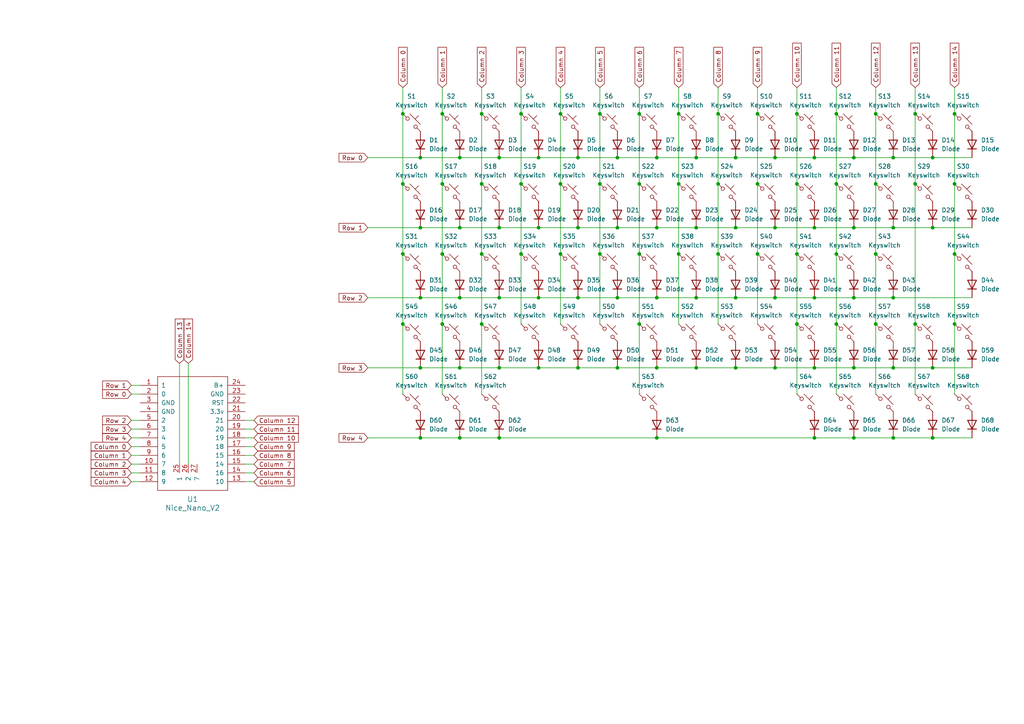
<source format=kicad_sch>
(kicad_sch (version 20231120) (generator "eeschema") (generator_version "8.0")
  (paper "A4")
  (junction (at 254 53.34))
  (junction (at 259.08 86.36))
  (junction (at 259.08 66.04))
  (junction (at 270.51 127))
  (junction (at 213.36 66.04))
  (junction (at 133.35 86.36))
  (junction (at 190.5 127))
  (junction (at 167.64 66.04))
  (junction (at 133.35 66.04))
  (junction (at 231.14 93.98))
  (junction (at 224.79 45.72))
  (junction (at 208.28 73.66))
  (junction (at 151.13 53.34))
  (junction (at 242.57 93.98))
  (junction (at 236.22 127))
  (junction (at 179.07 66.04))
  (junction (at 179.07 45.72))
  (junction (at 196.85 73.66))
  (junction (at 208.28 33.02))
  (junction (at 201.93 86.36))
  (junction (at 128.27 53.34))
  (junction (at 156.21 86.36))
  (junction (at 254 73.66))
  (junction (at 213.36 86.36))
  (junction (at 185.42 53.34))
  (junction (at 151.13 33.02))
  (junction (at 276.86 93.98))
  (junction (at 173.99 73.66))
  (junction (at 139.7 53.34))
  (junction (at 236.22 45.72))
  (junction (at 224.79 106.68))
  (junction (at 236.22 66.04))
  (junction (at 144.78 86.36))
  (junction (at 236.22 106.68))
  (junction (at 185.42 73.66))
  (junction (at 247.65 127))
  (junction (at 213.36 106.68))
  (junction (at 201.93 106.68))
  (junction (at 167.64 106.68))
  (junction (at 270.51 106.68))
  (junction (at 121.92 86.36))
  (junction (at 116.84 73.66))
  (junction (at 121.92 127))
  (junction (at 259.08 106.68))
  (junction (at 121.92 66.04))
  (junction (at 144.78 66.04))
  (junction (at 247.65 45.72))
  (junction (at 133.35 106.68))
  (junction (at 133.35 45.72))
  (junction (at 179.07 86.36))
  (junction (at 139.7 73.66))
  (junction (at 196.85 33.02))
  (junction (at 259.08 45.72))
  (junction (at 116.84 33.02))
  (junction (at 116.84 53.34))
  (junction (at 265.43 93.98))
  (junction (at 156.21 66.04))
  (junction (at 201.93 45.72))
  (junction (at 121.92 45.72))
  (junction (at 254 33.02))
  (junction (at 121.92 106.68))
  (junction (at 139.7 93.98))
  (junction (at 224.79 66.04))
  (junction (at 231.14 33.02))
  (junction (at 242.57 33.02))
  (junction (at 276.86 53.34))
  (junction (at 144.78 106.68))
  (junction (at 190.5 86.36))
  (junction (at 190.5 66.04))
  (junction (at 231.14 73.66))
  (junction (at 128.27 73.66))
  (junction (at 219.71 53.34))
  (junction (at 128.27 33.02))
  (junction (at 270.51 45.72))
  (junction (at 276.86 73.66))
  (junction (at 162.56 73.66))
  (junction (at 151.13 73.66))
  (junction (at 265.43 33.02))
  (junction (at 224.79 86.36))
  (junction (at 156.21 45.72))
  (junction (at 270.51 66.04))
  (junction (at 196.85 53.34))
  (junction (at 236.22 86.36))
  (junction (at 254 93.98))
  (junction (at 247.65 86.36))
  (junction (at 242.57 53.34))
  (junction (at 162.56 33.02))
  (junction (at 173.99 53.34))
  (junction (at 128.27 93.98))
  (junction (at 139.7 33.02))
  (junction (at 231.14 53.34))
  (junction (at 144.78 127))
  (junction (at 242.57 73.66))
  (junction (at 276.86 33.02))
  (junction (at 167.64 45.72))
  (junction (at 162.56 53.34))
  (junction (at 213.36 45.72))
  (junction (at 116.84 93.98))
  (junction (at 167.64 86.36))
  (junction (at 201.93 66.04))
  (junction (at 247.65 66.04))
  (junction (at 185.42 33.02))
  (junction (at 219.71 73.66))
  (junction (at 265.43 53.34))
  (junction (at 156.21 106.68))
  (junction (at 247.65 106.68))
  (junction (at 190.5 106.68))
  (junction (at 179.07 106.68))
  (junction (at 144.78 45.72))
  (junction (at 259.08 127))
  (junction (at 173.99 33.02))
  (junction (at 219.71 33.02))
  (junction (at 208.28 53.34))
  (junction (at 190.5 45.72))
  (junction (at 185.42 93.98))
  (junction (at 133.35 127))
  (wire (pts (xy 259.08 86.36) (xy 281.94 86.36)))
  (wire (pts (xy 208.28 73.66) (xy 208.28 93.98)))
  (wire (pts (xy 236.22 45.72) (xy 247.65 45.72)))
  (wire (pts (xy 276.86 73.66) (xy 276.86 93.98)))
  (wire (pts (xy 224.79 45.72) (xy 236.22 45.72)))
  (wire (pts (xy 185.42 73.66) (xy 185.42 93.98)))
  (wire (pts (xy 151.13 53.34) (xy 151.13 73.66)))
  (wire (pts (xy 128.27 53.34) (xy 128.27 73.66)))
  (wire (pts (xy 162.56 33.02) (xy 162.56 53.34)))
  (wire (pts (xy 201.93 66.04) (xy 213.36 66.04)))
  (wire (pts (xy 38.1 124.46) (xy 40.64 124.46)))
  (wire (pts (xy 242.57 93.98) (xy 242.57 114.3)))
  (wire (pts (xy 276.86 93.98) (xy 276.86 114.3)))
  (wire (pts (xy 185.42 53.34) (xy 185.42 73.66)))
  (wire (pts (xy 121.92 45.72) (xy 133.35 45.72)))
  (wire (pts (xy 236.22 66.04) (xy 247.65 66.04)))
  (wire (pts (xy 259.08 127) (xy 270.51 127)))
  (wire (pts (xy 52.07 105.41) (xy 52.07 134.62)))
  (wire (pts (xy 270.51 66.04) (xy 281.94 66.04)))
  (wire (pts (xy 156.21 106.68) (xy 167.64 106.68)))
  (wire (pts (xy 201.93 106.68) (xy 213.36 106.68)))
  (wire (pts (xy 179.07 106.68) (xy 190.5 106.68)))
  (wire (pts (xy 71.12 129.54) (xy 73.66 129.54)))
  (wire (pts (xy 106.68 66.04) (xy 121.92 66.04)))
  (wire (pts (xy 270.51 106.68) (xy 281.94 106.68)))
  (wire (pts (xy 231.14 33.02) (xy 231.14 53.34)))
  (wire (pts (xy 139.7 25.4) (xy 139.7 33.02)))
  (wire (pts (xy 231.14 53.34) (xy 231.14 73.66)))
  (wire (pts (xy 231.14 25.4) (xy 231.14 33.02)))
  (wire (pts (xy 190.5 45.72) (xy 201.93 45.72)))
  (wire (pts (xy 162.56 25.4) (xy 162.56 33.02)))
  (wire (pts (xy 38.1 132.08) (xy 40.64 132.08)))
  (wire (pts (xy 247.65 86.36) (xy 259.08 86.36)))
  (wire (pts (xy 196.85 25.4) (xy 196.85 33.02)))
  (wire (pts (xy 116.84 53.34) (xy 116.84 73.66)))
  (wire (pts (xy 116.84 25.4) (xy 116.84 33.02)))
  (wire (pts (xy 144.78 106.68) (xy 156.21 106.68)))
  (wire (pts (xy 71.12 137.16) (xy 73.66 137.16)))
  (wire (pts (xy 162.56 73.66) (xy 162.56 93.98)))
  (wire (pts (xy 71.12 127) (xy 73.66 127)))
  (wire (pts (xy 265.43 93.98) (xy 265.43 114.3)))
  (wire (pts (xy 167.64 66.04) (xy 179.07 66.04)))
  (wire (pts (xy 106.68 45.72) (xy 121.92 45.72)))
  (wire (pts (xy 38.1 121.92) (xy 40.64 121.92)))
  (wire (pts (xy 224.79 66.04) (xy 236.22 66.04)))
  (wire (pts (xy 156.21 66.04) (xy 167.64 66.04)))
  (wire (pts (xy 116.84 33.02) (xy 116.84 53.34)))
  (wire (pts (xy 190.5 86.36) (xy 201.93 86.36)))
  (wire (pts (xy 208.28 33.02) (xy 208.28 53.34)))
  (wire (pts (xy 173.99 73.66) (xy 173.99 93.98)))
  (wire (pts (xy 208.28 53.34) (xy 208.28 73.66)))
  (wire (pts (xy 265.43 25.4) (xy 265.43 33.02)))
  (wire (pts (xy 254 25.4) (xy 254 33.02)))
  (wire (pts (xy 276.86 25.4) (xy 276.86 33.02)))
  (wire (pts (xy 190.5 127) (xy 236.22 127)))
  (wire (pts (xy 219.71 53.34) (xy 219.71 73.66)))
  (wire (pts (xy 139.7 93.98) (xy 139.7 114.3)))
  (wire (pts (xy 208.28 25.4) (xy 208.28 33.02)))
  (wire (pts (xy 231.14 73.66) (xy 231.14 93.98)))
  (wire (pts (xy 106.68 127) (xy 121.92 127)))
  (wire (pts (xy 139.7 73.66) (xy 139.7 93.98)))
  (wire (pts (xy 144.78 45.72) (xy 156.21 45.72)))
  (wire (pts (xy 254 73.66) (xy 254 93.98)))
  (wire (pts (xy 213.36 86.36) (xy 224.79 86.36)))
  (wire (pts (xy 139.7 53.34) (xy 139.7 73.66)))
  (wire (pts (xy 144.78 66.04) (xy 156.21 66.04)))
  (wire (pts (xy 242.57 25.4) (xy 242.57 33.02)))
  (wire (pts (xy 259.08 66.04) (xy 270.51 66.04)))
  (wire (pts (xy 259.08 106.68) (xy 270.51 106.68)))
  (wire (pts (xy 254 93.98) (xy 254 114.3)))
  (wire (pts (xy 151.13 33.02) (xy 151.13 53.34)))
  (wire (pts (xy 116.84 73.66) (xy 116.84 93.98)))
  (wire (pts (xy 144.78 86.36) (xy 156.21 86.36)))
  (wire (pts (xy 242.57 73.66) (xy 242.57 93.98)))
  (wire (pts (xy 54.61 105.41) (xy 54.61 134.62)))
  (wire (pts (xy 247.65 45.72) (xy 259.08 45.72)))
  (wire (pts (xy 38.1 134.62) (xy 40.64 134.62)))
  (wire (pts (xy 224.79 86.36) (xy 236.22 86.36)))
  (wire (pts (xy 144.78 127) (xy 190.5 127)))
  (wire (pts (xy 133.35 127) (xy 144.78 127)))
  (wire (pts (xy 121.92 86.36) (xy 133.35 86.36)))
  (wire (pts (xy 179.07 66.04) (xy 190.5 66.04)))
  (wire (pts (xy 185.42 33.02) (xy 185.42 53.34)))
  (wire (pts (xy 71.12 139.7) (xy 73.66 139.7)))
  (wire (pts (xy 219.71 25.4) (xy 219.71 33.02)))
  (wire (pts (xy 265.43 33.02) (xy 265.43 53.34)))
  (wire (pts (xy 38.1 137.16) (xy 40.64 137.16)))
  (wire (pts (xy 190.5 106.68) (xy 201.93 106.68)))
  (wire (pts (xy 38.1 129.54) (xy 40.64 129.54)))
  (wire (pts (xy 276.86 33.02) (xy 276.86 53.34)))
  (wire (pts (xy 121.92 106.68) (xy 133.35 106.68)))
  (wire (pts (xy 247.65 106.68) (xy 259.08 106.68)))
  (wire (pts (xy 236.22 106.68) (xy 247.65 106.68)))
  (wire (pts (xy 213.36 66.04) (xy 224.79 66.04)))
  (wire (pts (xy 173.99 33.02) (xy 173.99 53.34)))
  (wire (pts (xy 196.85 53.34) (xy 196.85 73.66)))
  (wire (pts (xy 201.93 86.36) (xy 213.36 86.36)))
  (wire (pts (xy 167.64 86.36) (xy 179.07 86.36)))
  (wire (pts (xy 71.12 124.46) (xy 73.66 124.46)))
  (wire (pts (xy 259.08 45.72) (xy 270.51 45.72)))
  (wire (pts (xy 270.51 45.72) (xy 281.94 45.72)))
  (wire (pts (xy 38.1 111.76) (xy 40.64 111.76)))
  (wire (pts (xy 276.86 53.34) (xy 276.86 73.66)))
  (wire (pts (xy 265.43 53.34) (xy 265.43 93.98)))
  (wire (pts (xy 270.51 127) (xy 281.94 127)))
  (wire (pts (xy 116.84 93.98) (xy 116.84 114.3)))
  (wire (pts (xy 128.27 33.02) (xy 128.27 53.34)))
  (wire (pts (xy 38.1 127) (xy 40.64 127)))
  (wire (pts (xy 71.12 134.62) (xy 73.66 134.62)))
  (wire (pts (xy 173.99 53.34) (xy 173.99 73.66)))
  (wire (pts (xy 133.35 106.68) (xy 144.78 106.68)))
  (wire (pts (xy 236.22 127) (xy 247.65 127)))
  (wire (pts (xy 167.64 106.68) (xy 179.07 106.68)))
  (wire (pts (xy 71.12 121.92) (xy 73.66 121.92)))
  (wire (pts (xy 247.65 127) (xy 259.08 127)))
  (wire (pts (xy 247.65 66.04) (xy 259.08 66.04)))
  (wire (pts (xy 179.07 86.36) (xy 190.5 86.36)))
  (wire (pts (xy 156.21 45.72) (xy 167.64 45.72)))
  (wire (pts (xy 242.57 33.02) (xy 242.57 53.34)))
  (wire (pts (xy 213.36 106.68) (xy 224.79 106.68)))
  (wire (pts (xy 71.12 132.08) (xy 73.66 132.08)))
  (wire (pts (xy 201.93 45.72) (xy 213.36 45.72)))
  (wire (pts (xy 185.42 25.4) (xy 185.42 33.02)))
  (wire (pts (xy 38.1 114.3) (xy 40.64 114.3)))
  (wire (pts (xy 106.68 86.36) (xy 121.92 86.36)))
  (wire (pts (xy 213.36 45.72) (xy 224.79 45.72)))
  (wire (pts (xy 185.42 93.98) (xy 185.42 114.3)))
  (wire (pts (xy 133.35 45.72) (xy 144.78 45.72)))
  (wire (pts (xy 128.27 25.4) (xy 128.27 33.02)))
  (wire (pts (xy 196.85 73.66) (xy 196.85 93.98)))
  (wire (pts (xy 167.64 45.72) (xy 179.07 45.72)))
  (wire (pts (xy 151.13 25.4) (xy 151.13 33.02)))
  (wire (pts (xy 219.71 73.66) (xy 219.71 93.98)))
  (wire (pts (xy 121.92 66.04) (xy 133.35 66.04)))
  (wire (pts (xy 236.22 86.36) (xy 247.65 86.36)))
  (wire (pts (xy 254 53.34) (xy 254 73.66)))
  (wire (pts (xy 224.79 106.68) (xy 236.22 106.68)))
  (wire (pts (xy 179.07 45.72) (xy 190.5 45.72)))
  (wire (pts (xy 128.27 73.66) (xy 128.27 93.98)))
  (wire (pts (xy 38.1 139.7) (xy 40.64 139.7)))
  (wire (pts (xy 139.7 33.02) (xy 139.7 53.34)))
  (wire (pts (xy 106.68 106.68) (xy 121.92 106.68)))
  (wire (pts (xy 242.57 53.34) (xy 242.57 73.66)))
  (wire (pts (xy 133.35 66.04) (xy 144.78 66.04)))
  (wire (pts (xy 121.92 127) (xy 133.35 127)))
  (wire (pts (xy 173.99 25.4) (xy 173.99 33.02)))
  (wire (pts (xy 231.14 93.98) (xy 231.14 114.3)))
  (wire (pts (xy 128.27 93.98) (xy 128.27 114.3)))
  (wire (pts (xy 219.71 33.02) (xy 219.71 53.34)))
  (wire (pts (xy 254 33.02) (xy 254 53.34)))
  (wire (pts (xy 196.85 33.02) (xy 196.85 53.34)))
  (wire (pts (xy 162.56 53.34) (xy 162.56 73.66)))
  (wire (pts (xy 133.35 86.36) (xy 144.78 86.36)))
  (wire (pts (xy 151.13 73.66) (xy 151.13 93.98)))
  (wire (pts (xy 156.21 86.36) (xy 167.64 86.36)))
  (wire (pts (xy 190.5 66.04) (xy 201.93 66.04)))
  (global_label "Column 1" (shape input) (at 128.27 25.4 90) (property "Intersheetrefs" "${INTERSHEET_REFS}" (effects (hide yes))))
  (global_label "Column 4" (shape input) (at 162.56 25.4 90) (property "Intersheetrefs" "${INTERSHEET_REFS}" (effects (hide yes))))
  (global_label "Column 12" (shape input) (at 73.66 121.92 0) (property "Intersheetrefs" "${INTERSHEET_REFS}" (effects (hide yes))))
  (global_label "Column 6" (shape input) (at 73.66 137.16 0) (property "Intersheetrefs" "${INTERSHEET_REFS}" (effects (hide yes))))
  (global_label "Column 7" (shape input) (at 196.85 25.4 90) (property "Intersheetrefs" "${INTERSHEET_REFS}" (effects (hide yes))))
  (global_label "Column 1" (shape input) (at 38.1 132.08 180) (property "Intersheetrefs" "${INTERSHEET_REFS}" (effects (hide yes))))
  (global_label "Row 1" (shape input) (at 106.68 66.04 180) (property "Intersheetrefs" "${INTERSHEET_REFS}" (effects (hide yes))))
  (global_label "Column 12" (shape input) (at 254 25.4 90) (property "Intersheetrefs" "${INTERSHEET_REFS}" (effects (hide yes))))
  (global_label "Row 1" (shape input) (at 38.1 111.76 180) (property "Intersheetrefs" "${INTERSHEET_REFS}" (effects (hide yes))))
  (global_label "Row 0" (shape input) (at 106.68 45.72 180) (property "Intersheetrefs" "${INTERSHEET_REFS}" (effects (hide yes))))
  (global_label "Row 4" (shape input) (at 38.1 127 180) (property "Intersheetrefs" "${INTERSHEET_REFS}" (effects (hide yes))))
  (global_label "Row 4" (shape input) (at 106.68 127 180) (property "Intersheetrefs" "${INTERSHEET_REFS}" (effects (hide yes))))
  (global_label "Column 9" (shape input) (at 73.66 129.54 0) (property "Intersheetrefs" "${INTERSHEET_REFS}" (effects (hide yes))))
  (global_label "Column 8" (shape input) (at 73.66 132.08 0) (property "Intersheetrefs" "${INTERSHEET_REFS}" (effects (hide yes))))
  (global_label "Column 0" (shape input) (at 116.84 25.4 90) (property "Intersheetrefs" "${INTERSHEET_REFS}" (effects (hide yes))))
  (global_label "Column 6" (shape input) (at 185.42 25.4 90) (property "Intersheetrefs" "${INTERSHEET_REFS}" (effects (hide yes))))
  (global_label "Column 7" (shape input) (at 73.66 134.62 0) (property "Intersheetrefs" "${INTERSHEET_REFS}" (effects (hide yes))))
  (global_label "Column 13" (shape input) (at 52.07 105.41 90) (property "Intersheetrefs" "${INTERSHEET_REFS}" (effects (hide yes))))
  (global_label "Row 2" (shape input) (at 106.68 86.36 180) (property "Intersheetrefs" "${INTERSHEET_REFS}" (effects (hide yes))))
  (global_label "Column 14" (shape input) (at 276.86 25.4 90) (property "Intersheetrefs" "${INTERSHEET_REFS}" (effects (hide yes))))
  (global_label "Column 11" (shape input) (at 73.66 124.46 0) (property "Intersheetrefs" "${INTERSHEET_REFS}" (effects (hide yes))))
  (global_label "Column 8" (shape input) (at 208.28 25.4 90) (property "Intersheetrefs" "${INTERSHEET_REFS}" (effects (hide yes))))
  (global_label "Column 13" (shape input) (at 265.43 25.4 90) (property "Intersheetrefs" "${INTERSHEET_REFS}" (effects (hide yes))))
  (global_label "Column 0" (shape input) (at 38.1 129.54 180) (property "Intersheetrefs" "${INTERSHEET_REFS}" (effects (hide yes))))
  (global_label "Row 3" (shape input) (at 38.1 124.46 180) (property "Intersheetrefs" "${INTERSHEET_REFS}" (effects (hide yes))))
  (global_label "Column 5" (shape input) (at 73.66 139.7 0) (property "Intersheetrefs" "${INTERSHEET_REFS}" (effects (hide yes))))
  (global_label "Column 5" (shape input) (at 173.99 25.4 90) (property "Intersheetrefs" "${INTERSHEET_REFS}" (effects (hide yes))))
  (global_label "Column 2" (shape input) (at 139.7 25.4 90) (property "Intersheetrefs" "${INTERSHEET_REFS}" (effects (hide yes))))
  (global_label "Column 4" (shape input) (at 38.1 139.7 180) (property "Intersheetrefs" "${INTERSHEET_REFS}" (effects (hide yes))))
  (global_label "Column 14" (shape input) (at 54.61 105.41 90) (property "Intersheetrefs" "${INTERSHEET_REFS}" (effects (hide yes))))
  (global_label "Row 0" (shape input) (at 38.1 114.3 180) (property "Intersheetrefs" "${INTERSHEET_REFS}" (effects (hide yes))))
  (global_label "Column 11" (shape input) (at 242.57 25.4 90) (property "Intersheetrefs" "${INTERSHEET_REFS}" (effects (hide yes))))
  (global_label "Row 3" (shape input) (at 106.68 106.68 180) (property "Intersheetrefs" "${INTERSHEET_REFS}" (effects (hide yes))))
  (global_label "Column 10" (shape input) (at 73.66 127 0) (property "Intersheetrefs" "${INTERSHEET_REFS}" (effects (hide yes))))
  (global_label "Row 2" (shape input) (at 38.1 121.92 180) (property "Intersheetrefs" "${INTERSHEET_REFS}" (effects (hide yes))))
  (global_label "Column 3" (shape input) (at 151.13 25.4 90) (property "Intersheetrefs" "${INTERSHEET_REFS}" (effects (hide yes))))
  (global_label "Column 3" (shape input) (at 38.1 137.16 180) (property "Intersheetrefs" "${INTERSHEET_REFS}" (effects (hide yes))))
  (global_label "Column 10" (shape input) (at 231.14 25.4 90) (property "Intersheetrefs" "${INTERSHEET_REFS}" (effects (hide yes))))
  (global_label "Column 9" (shape input) (at 219.71 25.4 90) (property "Intersheetrefs" "${INTERSHEET_REFS}" (effects (hide yes))))
  (global_label "Column 2" (shape input) (at 38.1 134.62 180) (property "Intersheetrefs" "${INTERSHEET_REFS}" (effects (hide yes))))
  (symbol (lib_id "ScottoKeebs:Placeholder_Diode") (at 247.65 102.87 90) (unit 1)
    (property "Reference" "D56" (at 250.19 101.5999 90) (effects (justify right)))
    (property "Value" "Diode" (at 250.19 104.1399 90) (effects (justify right)))
    (property "Footprint" "ScottoKeebs_Components:Diode_SOD-123" (effects (hide yes)))
    (property "Description" "1N4148 (DO-35) or 1N4148W (SOD-123)" (effects (hide yes)))
    (property "Sim.Device" "D" (effects (hide yes)))
    (property "Sim.Pins" "1=K 2=A" (effects (hide yes)))
  )
  (symbol (lib_id "ScottoKeebs:Placeholder_Diode") (at 270.51 102.87 90) (unit 1)
    (property "Reference" "D58" (at 273.05 101.5999 90) (effects (justify right)))
    (property "Value" "Diode" (at 273.05 104.1399 90) (effects (justify right)))
    (property "Footprint" "ScottoKeebs_Components:Diode_SOD-123" (effects (hide yes)))
    (property "Description" "1N4148 (DO-35) or 1N4148W (SOD-123)" (effects (hide yes)))
    (property "Sim.Device" "D" (effects (hide yes)))
    (property "Sim.Pins" "1=K 2=A" (effects (hide yes)))
  )
  (symbol (lib_id "ScottoKeebs:Placeholder_Diode") (at 213.36 82.55 90) (unit 1)
    (property "Reference" "D39" (at 215.9 81.2799 90) (effects (justify right)))
    (property "Value" "Diode" (at 215.9 83.8199 90) (effects (justify right)))
    (property "Footprint" "ScottoKeebs_Components:Diode_SOD-123" (effects (hide yes)))
    (property "Description" "1N4148 (DO-35) or 1N4148W (SOD-123)" (effects (hide yes)))
    (property "Sim.Device" "D" (effects (hide yes)))
    (property "Sim.Pins" "1=K 2=A" (effects (hide yes)))
  )
  (symbol (lib_id "ScottoKeebs:Placeholder_Diode") (at 179.07 102.87 90) (unit 1)
    (property "Reference" "D50" (at 181.61 101.5999 90) (effects (justify right)))
    (property "Value" "Diode" (at 181.61 104.1399 90) (effects (justify right)))
    (property "Footprint" "ScottoKeebs_Components:Diode_SOD-123" (effects (hide yes)))
    (property "Description" "1N4148 (DO-35) or 1N4148W (SOD-123)" (effects (hide yes)))
    (property "Sim.Device" "D" (effects (hide yes)))
    (property "Sim.Pins" "1=K 2=A" (effects (hide yes)))
  )
  (symbol (lib_id "ScottoKeebs:Placeholder_Keyswitch") (at 279.4 35.56 0) (unit 1)
    (property "Reference" "S15" (at 279.4 27.94 0))
    (property "Value" "Keyswitch" (at 279.4 30.48 0))
    (property "Footprint" "ScottoKeebs_MX:MX_PCB_1.00u" (effects (hide yes)))
    (property "Description" "Push button switch, normally open, two pins, 45° tilted" (effects (hide yes)))
  )
  (symbol (lib_id "ScottoKeebs:Placeholder_Keyswitch") (at 256.54 116.84 0) (unit 1)
    (property "Reference" "S66" (at 256.54 109.22 0))
    (property "Value" "Keyswitch" (at 256.54 111.76 0))
    (property "Footprint" "ScottoKeebs_MX:MX_PCB_1.00u" (effects (hide yes)))
    (property "Description" "Push button switch, normally open, two pins, 45° tilted" (effects (hide yes)))
  )
  (symbol (lib_id "ScottoKeebs:Placeholder_Keyswitch") (at 142.24 116.84 0) (unit 1)
    (property "Reference" "S62" (at 142.24 109.22 0))
    (property "Value" "Keyswitch" (at 142.24 111.76 0))
    (property "Footprint" "ScottoKeebs_MX:MX_PCB_1.00u" (effects (hide yes)))
    (property "Description" "Push button switch, normally open, two pins, 45° tilted" (effects (hide yes)))
  )
  (symbol (lib_id "ScottoKeebs:Placeholder_Keyswitch") (at 153.67 55.88 0) (unit 1)
    (property "Reference" "S19" (at 153.67 48.26 0))
    (property "Value" "Keyswitch" (at 153.67 50.8 0))
    (property "Footprint" "ScottoKeebs_MX:MX_PCB_1.00u" (effects (hide yes)))
    (property "Description" "Push button switch, normally open, two pins, 45° tilted" (effects (hide yes)))
  )
  (symbol (lib_id "ScottoKeebs:Placeholder_Diode") (at 121.92 123.19 90) (unit 1)
    (property "Reference" "D60" (at 124.46 121.9199 90) (effects (justify right)))
    (property "Value" "Diode" (at 124.46 124.4599 90) (effects (justify right)))
    (property "Footprint" "ScottoKeebs_Components:Diode_SOD-123" (effects (hide yes)))
    (property "Description" "1N4148 (DO-35) or 1N4148W (SOD-123)" (effects (hide yes)))
    (property "Sim.Device" "D" (effects (hide yes)))
    (property "Sim.Pins" "1=K 2=A" (effects (hide yes)))
  )
  (symbol (lib_id "ScottoKeebs:Placeholder_Diode") (at 179.07 62.23 90) (unit 1)
    (property "Reference" "D21" (at 181.61 60.9599 90) (effects (justify right)))
    (property "Value" "Diode" (at 181.61 63.4999 90) (effects (justify right)))
    (property "Footprint" "ScottoKeebs_Components:Diode_SOD-123" (effects (hide yes)))
    (property "Description" "1N4148 (DO-35) or 1N4148W (SOD-123)" (effects (hide yes)))
    (property "Sim.Device" "D" (effects (hide yes)))
    (property "Sim.Pins" "1=K 2=A" (effects (hide yes)))
  )
  (symbol (lib_id "ScottoKeebs:Placeholder_Keyswitch") (at 119.38 116.84 0) (unit 1)
    (property "Reference" "S60" (at 119.38 109.22 0))
    (property "Value" "Keyswitch" (at 119.38 111.76 0))
    (property "Footprint" "ScottoKeebs_MX:MX_PCB_1.00u" (effects (hide yes)))
    (property "Description" "Push button switch, normally open, two pins, 45° tilted" (effects (hide yes)))
  )
  (symbol (lib_id "ScottoKeebs:Placeholder_Keyswitch") (at 233.68 96.52 0) (unit 1)
    (property "Reference" "S55" (at 233.68 88.9 0))
    (property "Value" "Keyswitch" (at 233.68 91.44 0))
    (property "Footprint" "ScottoKeebs_MX:MX_PCB_1.00u" (effects (hide yes)))
    (property "Description" "Push button switch, normally open, two pins, 45° tilted" (effects (hide yes)))
  )
  (symbol (lib_id "ScottoKeebs:Placeholder_Keyswitch") (at 130.81 55.88 0) (unit 1)
    (property "Reference" "S17" (at 130.81 48.26 0))
    (property "Value" "Keyswitch" (at 130.81 50.8 0))
    (property "Footprint" "ScottoKeebs_MX:MX_PCB_1.00u" (effects (hide yes)))
    (property "Description" "Push button switch, normally open, two pins, 45° tilted" (effects (hide yes)))
  )
  (symbol (lib_id "ScottoKeebs:Placeholder_Keyswitch") (at 187.96 35.56 0) (unit 1)
    (property "Reference" "S7" (at 187.96 27.94 0))
    (property "Value" "Keyswitch" (at 187.96 30.48 0))
    (property "Footprint" "ScottoKeebs_MX:MX_PCB_1.00u" (effects (hide yes)))
    (property "Description" "Push button switch, normally open, two pins, 45° tilted" (effects (hide yes)))
  )
  (symbol (lib_id "ScottoKeebs:Placeholder_Diode") (at 144.78 62.23 90) (unit 1)
    (property "Reference" "D18" (at 147.32 60.9599 90) (effects (justify right)))
    (property "Value" "Diode" (at 147.32 63.4999 90) (effects (justify right)))
    (property "Footprint" "ScottoKeebs_Components:Diode_SOD-123" (effects (hide yes)))
    (property "Description" "1N4148 (DO-35) or 1N4148W (SOD-123)" (effects (hide yes)))
    (property "Sim.Device" "D" (effects (hide yes)))
    (property "Sim.Pins" "1=K 2=A" (effects (hide yes)))
  )
  (symbol (lib_id "ScottoKeebs:Placeholder_Keyswitch") (at 256.54 55.88 0) (unit 1)
    (property "Reference" "S28" (at 256.54 48.26 0))
    (property "Value" "Keyswitch" (at 256.54 50.8 0))
    (property "Footprint" "ScottoKeebs_MX:MX_PCB_1.00u" (effects (hide yes)))
    (property "Description" "Push button switch, normally open, two pins, 45° tilted" (effects (hide yes)))
  )
  (symbol (lib_id "ScottoKeebs:Placeholder_Keyswitch") (at 233.68 116.84 0) (unit 1)
    (property "Reference" "S64" (at 233.68 109.22 0))
    (property "Value" "Keyswitch" (at 233.68 111.76 0))
    (property "Footprint" "ScottoKeebs_MX:MX_PCB_1.00u" (effects (hide yes)))
    (property "Description" "Push button switch, normally open, two pins, 45° tilted" (effects (hide yes)))
  )
  (symbol (lib_id "ScottoKeebs:Placeholder_Diode") (at 121.92 41.91 90) (unit 1)
    (property "Reference" "D1" (at 124.46 40.6399 90) (effects (justify right)))
    (property "Value" "Diode" (at 124.46 43.1799 90) (effects (justify right)))
    (property "Footprint" "ScottoKeebs_Components:Diode_SOD-123" (effects (hide yes)))
    (property "Description" "1N4148 (DO-35) or 1N4148W (SOD-123)" (effects (hide yes)))
    (property "Sim.Device" "D" (effects (hide yes)))
    (property "Sim.Pins" "1=K 2=A" (effects (hide yes)))
  )
  (symbol (lib_id "ScottoKeebs:Placeholder_Diode") (at 213.36 102.87 90) (unit 1)
    (property "Reference" "D53" (at 215.9 101.5999 90) (effects (justify right)))
    (property "Value" "Diode" (at 215.9 104.1399 90) (effects (justify right)))
    (property "Footprint" "ScottoKeebs_Components:Diode_SOD-123" (effects (hide yes)))
    (property "Description" "1N4148 (DO-35) or 1N4148W (SOD-123)" (effects (hide yes)))
    (property "Sim.Device" "D" (effects (hide yes)))
    (property "Sim.Pins" "1=K 2=A" (effects (hide yes)))
  )
  (symbol (lib_id "ScottoKeebs:Placeholder_Keyswitch") (at 199.39 55.88 0) (unit 1)
    (property "Reference" "S23" (at 199.39 48.26 0))
    (property "Value" "Keyswitch" (at 199.39 50.8 0))
    (property "Footprint" "ScottoKeebs_MX:MX_PCB_1.00u" (effects (hide yes)))
    (property "Description" "Push button switch, normally open, two pins, 45° tilted" (effects (hide yes)))
  )
  (symbol (lib_id "ScottoKeebs:Placeholder_Keyswitch") (at 165.1 96.52 0) (unit 1)
    (property "Reference" "S49" (at 165.1 88.9 0))
    (property "Value" "Keyswitch" (at 165.1 91.44 0))
    (property "Footprint" "ScottoKeebs_MX:MX_PCB_1.00u" (effects (hide yes)))
    (property "Description" "Push button switch, normally open, two pins, 45° tilted" (effects (hide yes)))
  )
  (symbol (lib_id "ScottoKeebs:Placeholder_Diode") (at 133.35 102.87 90) (unit 1)
    (property "Reference" "D46" (at 135.89 101.5999 90) (effects (justify right)))
    (property "Value" "Diode" (at 135.89 104.1399 90) (effects (justify right)))
    (property "Footprint" "ScottoKeebs_Components:Diode_SOD-123" (effects (hide yes)))
    (property "Description" "1N4148 (DO-35) or 1N4148W (SOD-123)" (effects (hide yes)))
    (property "Sim.Device" "D" (effects (hide yes)))
    (property "Sim.Pins" "1=K 2=A" (effects (hide yes)))
  )
  (symbol (lib_id "ScottoKeebs:Placeholder_Diode") (at 259.08 123.19 90) (unit 1)
    (property "Reference" "D66" (at 261.62 121.9199 90) (effects (justify right)))
    (property "Value" "Diode" (at 261.62 124.4599 90) (effects (justify right)))
    (property "Footprint" "ScottoKeebs_Components:Diode_SOD-123" (effects (hide yes)))
    (property "Description" "1N4148 (DO-35) or 1N4148W (SOD-123)" (effects (hide yes)))
    (property "Sim.Device" "D" (effects (hide yes)))
    (property "Sim.Pins" "1=K 2=A" (effects (hide yes)))
  )
  (symbol (lib_id "ScottoKeebs:Placeholder_Diode") (at 179.07 82.55 90) (unit 1)
    (property "Reference" "D36" (at 181.61 81.2799 90) (effects (justify right)))
    (property "Value" "Diode" (at 181.61 83.8199 90) (effects (justify right)))
    (property "Footprint" "ScottoKeebs_Components:Diode_SOD-123" (effects (hide yes)))
    (property "Description" "1N4148 (DO-35) or 1N4148W (SOD-123)" (effects (hide yes)))
    (property "Sim.Device" "D" (effects (hide yes)))
    (property "Sim.Pins" "1=K 2=A" (effects (hide yes)))
  )
  (symbol (lib_id "ScottoKeebs:Placeholder_Keyswitch") (at 176.53 76.2 0) (unit 1)
    (property "Reference" "S36" (at 176.53 68.58 0))
    (property "Value" "Keyswitch" (at 176.53 71.12 0))
    (property "Footprint" "ScottoKeebs_MX:MX_PCB_1.00u" (effects (hide yes)))
    (property "Description" "Push button switch, normally open, two pins, 45° tilted" (effects (hide yes)))
  )
  (symbol (lib_id "ScottoKeebs:Placeholder_Keyswitch") (at 119.38 55.88 0) (unit 1)
    (property "Reference" "S16" (at 119.38 48.26 0))
    (property "Value" "Keyswitch" (at 119.38 50.8 0))
    (property "Footprint" "ScottoKeebs_MX:MX_PCB_1.00u" (effects (hide yes)))
    (property "Description" "Push button switch, normally open, two pins, 45° tilted" (effects (hide yes)))
  )
  (symbol (lib_id "ScottoKeebs:Placeholder_Diode") (at 236.22 82.55 90) (unit 1)
    (property "Reference" "D41" (at 238.76 81.2799 90) (effects (justify right)))
    (property "Value" "Diode" (at 238.76 83.8199 90) (effects (justify right)))
    (property "Footprint" "ScottoKeebs_Components:Diode_SOD-123" (effects (hide yes)))
    (property "Description" "1N4148 (DO-35) or 1N4148W (SOD-123)" (effects (hide yes)))
    (property "Sim.Device" "D" (effects (hide yes)))
    (property "Sim.Pins" "1=K 2=A" (effects (hide yes)))
  )
  (symbol (lib_id "ScottoKeebs:Placeholder_Diode") (at 144.78 123.19 90) (unit 1)
    (property "Reference" "D62" (at 147.32 121.9199 90) (effects (justify right)))
    (property "Value" "Diode" (at 147.32 124.4599 90) (effects (justify right)))
    (property "Footprint" "ScottoKeebs_Components:Diode_SOD-123" (effects (hide yes)))
    (property "Description" "1N4148 (DO-35) or 1N4148W (SOD-123)" (effects (hide yes)))
    (property "Sim.Device" "D" (effects (hide yes)))
    (property "Sim.Pins" "1=K 2=A" (effects (hide yes)))
  )
  (symbol (lib_id "ScottoKeebs:Placeholder_Keyswitch") (at 119.38 35.56 0) (unit 1)
    (property "Reference" "S1" (at 119.38 27.94 0))
    (property "Value" "Keyswitch" (at 119.38 30.48 0))
    (property "Footprint" "ScottoKeebs_MX:MX_PCB_1.00u" (effects (hide yes)))
    (property "Description" "Push button switch, normally open, two pins, 45° tilted" (effects (hide yes)))
  )
  (symbol (lib_id "ScottoKeebs:Placeholder_Diode") (at 236.22 102.87 90) (unit 1)
    (property "Reference" "D55" (at 238.76 101.5999 90) (effects (justify right)))
    (property "Value" "Diode" (at 238.76 104.1399 90) (effects (justify right)))
    (property "Footprint" "ScottoKeebs_Components:Diode_SOD-123" (effects (hide yes)))
    (property "Description" "1N4148 (DO-35) or 1N4148W (SOD-123)" (effects (hide yes)))
    (property "Sim.Device" "D" (effects (hide yes)))
    (property "Sim.Pins" "1=K 2=A" (effects (hide yes)))
  )
  (symbol (lib_id "ScottoKeebs:Placeholder_Keyswitch") (at 187.96 76.2 0) (unit 1)
    (property "Reference" "S37" (at 187.96 68.58 0))
    (property "Value" "Keyswitch" (at 187.96 71.12 0))
    (property "Footprint" "ScottoKeebs_MX:MX_PCB_1.00u" (effects (hide yes)))
    (property "Description" "Push button switch, normally open, two pins, 45° tilted" (effects (hide yes)))
  )
  (symbol (lib_id "ScottoKeebs:Placeholder_Diode") (at 247.65 41.91 90) (unit 1)
    (property "Reference" "D12" (at 250.19 40.6399 90) (effects (justify right)))
    (property "Value" "Diode" (at 250.19 43.1799 90) (effects (justify right)))
    (property "Footprint" "ScottoKeebs_Components:Diode_SOD-123" (effects (hide yes)))
    (property "Description" "1N4148 (DO-35) or 1N4148W (SOD-123)" (effects (hide yes)))
    (property "Sim.Device" "D" (effects (hide yes)))
    (property "Sim.Pins" "1=K 2=A" (effects (hide yes)))
  )
  (symbol (lib_id "ScottoKeebs:Placeholder_Keyswitch") (at 142.24 76.2 0) (unit 1)
    (property "Reference" "S33" (at 142.24 68.58 0))
    (property "Value" "Keyswitch" (at 142.24 71.12 0))
    (property "Footprint" "ScottoKeebs_MX:MX_PCB_1.00u" (effects (hide yes)))
    (property "Description" "Push button switch, normally open, two pins, 45° tilted" (effects (hide yes)))
  )
  (symbol (lib_id "ScottoKeebs:Placeholder_Diode") (at 201.93 41.91 90) (unit 1)
    (property "Reference" "D8" (at 204.47 40.6399 90) (effects (justify right)))
    (property "Value" "Diode" (at 204.47 43.1799 90) (effects (justify right)))
    (property "Footprint" "ScottoKeebs_Components:Diode_SOD-123" (effects (hide yes)))
    (property "Description" "1N4148 (DO-35) or 1N4148W (SOD-123)" (effects (hide yes)))
    (property "Sim.Device" "D" (effects (hide yes)))
    (property "Sim.Pins" "1=K 2=A" (effects (hide yes)))
  )
  (symbol (lib_id "ScottoKeebs:Placeholder_Diode") (at 201.93 62.23 90) (unit 1)
    (property "Reference" "D23" (at 204.47 60.9599 90) (effects (justify right)))
    (property "Value" "Diode" (at 204.47 63.4999 90) (effects (justify right)))
    (property "Footprint" "ScottoKeebs_Components:Diode_SOD-123" (effects (hide yes)))
    (property "Description" "1N4148 (DO-35) or 1N4148W (SOD-123)" (effects (hide yes)))
    (property "Sim.Device" "D" (effects (hide yes)))
    (property "Sim.Pins" "1=K 2=A" (effects (hide yes)))
  )
  (symbol (lib_id "ScottoKeebs:Placeholder_Diode") (at 144.78 82.55 90) (unit 1)
    (property "Reference" "D33" (at 147.32 81.2799 90) (effects (justify right)))
    (property "Value" "Diode" (at 147.32 83.8199 90) (effects (justify right)))
    (property "Footprint" "ScottoKeebs_Components:Diode_SOD-123" (effects (hide yes)))
    (property "Description" "1N4148 (DO-35) or 1N4148W (SOD-123)" (effects (hide yes)))
    (property "Sim.Device" "D" (effects (hide yes)))
    (property "Sim.Pins" "1=K 2=A" (effects (hide yes)))
  )
  (symbol (lib_id "ScottoKeebs:Placeholder_Keyswitch") (at 233.68 55.88 0) (unit 1)
    (property "Reference" "S26" (at 233.68 48.26 0))
    (property "Value" "Keyswitch" (at 233.68 50.8 0))
    (property "Footprint" "ScottoKeebs_MX:MX_PCB_1.00u" (effects (hide yes)))
    (property "Description" "Push button switch, normally open, two pins, 45° tilted" (effects (hide yes)))
  )
  (symbol (lib_id "ScottoKeebs:Placeholder_Diode") (at 236.22 123.19 90) (unit 1)
    (property "Reference" "D64" (at 238.76 121.9199 90) (effects (justify right)))
    (property "Value" "Diode" (at 238.76 124.4599 90) (effects (justify right)))
    (property "Footprint" "ScottoKeebs_Components:Diode_SOD-123" (effects (hide yes)))
    (property "Description" "1N4148 (DO-35) or 1N4148W (SOD-123)" (effects (hide yes)))
    (property "Sim.Device" "D" (effects (hide yes)))
    (property "Sim.Pins" "1=K 2=A" (effects (hide yes)))
  )
  (symbol (lib_id "ScottoKeebs:Placeholder_Diode") (at 156.21 41.91 90) (unit 1)
    (property "Reference" "D4" (at 158.75 40.6399 90) (effects (justify right)))
    (property "Value" "Diode" (at 158.75 43.1799 90) (effects (justify right)))
    (property "Footprint" "ScottoKeebs_Components:Diode_SOD-123" (effects (hide yes)))
    (property "Description" "1N4148 (DO-35) or 1N4148W (SOD-123)" (effects (hide yes)))
    (property "Sim.Device" "D" (effects (hide yes)))
    (property "Sim.Pins" "1=K 2=A" (effects (hide yes)))
  )
  (symbol (lib_id "ScottoKeebs:Placeholder_Keyswitch") (at 267.97 35.56 0) (unit 1)
    (property "Reference" "S14" (at 267.97 27.94 0))
    (property "Value" "Keyswitch" (at 267.97 30.48 0))
    (property "Footprint" "ScottoKeebs_MX:MX_PCB_1.00u" (effects (hide yes)))
    (property "Description" "Push button switch, normally open, two pins, 45° tilted" (effects (hide yes)))
  )
  (symbol (lib_id "ScottoKeebs:Placeholder_Diode") (at 281.94 102.87 90) (unit 1)
    (property "Reference" "D59" (at 284.48 101.5999 90) (effects (justify right)))
    (property "Value" "Diode" (at 284.48 104.1399 90) (effects (justify right)))
    (property "Footprint" "ScottoKeebs_Components:Diode_SOD-123" (effects (hide yes)))
    (property "Description" "1N4148 (DO-35) or 1N4148W (SOD-123)" (effects (hide yes)))
    (property "Sim.Device" "D" (effects (hide yes)))
    (property "Sim.Pins" "1=K 2=A" (effects (hide yes)))
  )
  (symbol (lib_id "ScottoKeebs:Placeholder_Keyswitch") (at 187.96 116.84 0) (unit 1)
    (property "Reference" "S63" (at 187.96 109.22 0))
    (property "Value" "Keyswitch" (at 187.96 111.76 0))
    (property "Footprint" "ScottoKeebs_MX:MX_PCB_1.00u" (effects (hide yes)))
    (property "Description" "Push button switch, normally open, two pins, 45° tilted" (effects (hide yes)))
  )
  (symbol (lib_id "ScottoKeebs:Placeholder_Keyswitch") (at 279.4 76.2 0) (unit 1)
    (property "Reference" "S44" (at 279.4 68.58 0))
    (property "Value" "Keyswitch" (at 279.4 71.12 0))
    (property "Footprint" "ScottoKeebs_MX:MX_PCB_1.00u" (effects (hide yes)))
    (property "Description" "Push button switch, normally open, two pins, 45° tilted" (effects (hide yes)))
  )
  (symbol (lib_id "ScottoKeebs:Placeholder_Diode") (at 144.78 41.91 90) (unit 1)
    (property "Reference" "D3" (at 147.32 40.6399 90) (effects (justify right)))
    (property "Value" "Diode" (at 147.32 43.1799 90) (effects (justify right)))
    (property "Footprint" "ScottoKeebs_Components:Diode_SOD-123" (effects (hide yes)))
    (property "Description" "1N4148 (DO-35) or 1N4148W (SOD-123)" (effects (hide yes)))
    (property "Sim.Device" "D" (effects (hide yes)))
    (property "Sim.Pins" "1=K 2=A" (effects (hide yes)))
  )
  (symbol (lib_id "ScottoKeebs:Placeholder_Keyswitch") (at 245.11 116.84 0) (unit 1)
    (property "Reference" "S65" (at 245.11 109.22 0))
    (property "Value" "Keyswitch" (at 245.11 111.76 0))
    (property "Footprint" "ScottoKeebs_MX:MX_PCB_1.00u" (effects (hide yes)))
    (property "Description" "Push button switch, normally open, two pins, 45° tilted" (effects (hide yes)))
  )
  (symbol (lib_id "ScottoKeebs:Placeholder_Keyswitch") (at 222.25 35.56 0) (unit 1)
    (property "Reference" "S10" (at 222.25 27.94 0))
    (property "Value" "Keyswitch" (at 222.25 30.48 0))
    (property "Footprint" "ScottoKeebs_MX:MX_PCB_1.00u" (effects (hide yes)))
    (property "Description" "Push button switch, normally open, two pins, 45° tilted" (effects (hide yes)))
  )
  (symbol (lib_id "ScottoKeebs:Placeholder_Keyswitch") (at 130.81 76.2 0) (unit 1)
    (property "Reference" "S32" (at 130.81 68.58 0))
    (property "Value" "Keyswitch" (at 130.81 71.12 0))
    (property "Footprint" "ScottoKeebs_MX:MX_PCB_1.00u" (effects (hide yes)))
    (property "Description" "Push button switch, normally open, two pins, 45° tilted" (effects (hide yes)))
  )
  (symbol (lib_id "ScottoKeebs:Placeholder_Keyswitch") (at 119.38 76.2 0) (unit 1)
    (property "Reference" "S31" (at 119.38 68.58 0))
    (property "Value" "Keyswitch" (at 119.38 71.12 0))
    (property "Footprint" "ScottoKeebs_MX:MX_PCB_1.00u" (effects (hide yes)))
    (property "Description" "Push button switch, normally open, two pins, 45° tilted" (effects (hide yes)))
  )
  (symbol (lib_id "ScottoKeebs:Placeholder_Keyswitch") (at 210.82 76.2 0) (unit 1)
    (property "Reference" "S39" (at 210.82 68.58 0))
    (property "Value" "Keyswitch" (at 210.82 71.12 0))
    (property "Footprint" "ScottoKeebs_MX:MX_PCB_1.00u" (effects (hide yes)))
    (property "Description" "Push button switch, normally open, two pins, 45° tilted" (effects (hide yes)))
  )
  (symbol (lib_id "ScottoKeebs:Placeholder_Diode") (at 156.21 62.23 90) (unit 1)
    (property "Reference" "D19" (at 158.75 60.9599 90) (effects (justify right)))
    (property "Value" "Diode" (at 158.75 63.4999 90) (effects (justify right)))
    (property "Footprint" "ScottoKeebs_Components:Diode_SOD-123" (effects (hide yes)))
    (property "Description" "1N4148 (DO-35) or 1N4148W (SOD-123)" (effects (hide yes)))
    (property "Sim.Device" "D" (effects (hide yes)))
    (property "Sim.Pins" "1=K 2=A" (effects (hide yes)))
  )
  (symbol (lib_id "ScottoKeebs:Placeholder_Keyswitch") (at 176.53 96.52 0) (unit 1)
    (property "Reference" "S50" (at 176.53 88.9 0))
    (property "Value" "Keyswitch" (at 176.53 91.44 0))
    (property "Footprint" "ScottoKeebs_MX:MX_PCB_1.00u" (effects (hide yes)))
    (property "Description" "Push button switch, normally open, two pins, 45° tilted" (effects (hide yes)))
  )
  (symbol (lib_id "ScottoKeebs:Placeholder_Keyswitch") (at 267.97 116.84 0) (unit 1)
    (property "Reference" "S67" (at 267.97 109.22 0))
    (property "Value" "Keyswitch" (at 267.97 111.76 0))
    (property "Footprint" "ScottoKeebs_MX:MX_PCB_1.00u" (effects (hide yes)))
    (property "Description" "Push button switch, normally open, two pins, 45° tilted" (effects (hide yes)))
  )
  (symbol (lib_id "ScottoKeebs:Placeholder_Keyswitch") (at 199.39 35.56 0) (unit 1)
    (property "Reference" "S8" (at 199.39 27.94 0))
    (property "Value" "Keyswitch" (at 199.39 30.48 0))
    (property "Footprint" "ScottoKeebs_MX:MX_PCB_1.00u" (effects (hide yes)))
    (property "Description" "Push button switch, normally open, two pins, 45° tilted" (effects (hide yes)))
  )
  (symbol (lib_id "ScottoKeebs:Placeholder_Diode") (at 167.64 41.91 90) (unit 1)
    (property "Reference" "D5" (at 170.18 40.6399 90) (effects (justify right)))
    (property "Value" "Diode" (at 170.18 43.1799 90) (effects (justify right)))
    (property "Footprint" "ScottoKeebs_Components:Diode_SOD-123" (effects (hide yes)))
    (property "Description" "1N4148 (DO-35) or 1N4148W (SOD-123)" (effects (hide yes)))
    (property "Sim.Device" "D" (effects (hide yes)))
    (property "Sim.Pins" "1=K 2=A" (effects (hide yes)))
  )
  (symbol (lib_id "ScottoKeebs:Placeholder_Keyswitch") (at 130.81 96.52 0) (unit 1)
    (property "Reference" "S46" (at 130.81 88.9 0))
    (property "Value" "Keyswitch" (at 130.81 91.44 0))
    (property "Footprint" "ScottoKeebs_MX:MX_PCB_1.00u" (effects (hide yes)))
    (property "Description" "Push button switch, normally open, two pins, 45° tilted" (effects (hide yes)))
  )
  (symbol (lib_id "ScottoKeebs:Placeholder_Keyswitch") (at 233.68 76.2 0) (unit 1)
    (property "Reference" "S41" (at 233.68 68.58 0))
    (property "Value" "Keyswitch" (at 233.68 71.12 0))
    (property "Footprint" "ScottoKeebs_MX:MX_PCB_1.00u" (effects (hide yes)))
    (property "Description" "Push button switch, normally open, two pins, 45° tilted" (effects (hide yes)))
  )
  (symbol (lib_id "ScottoKeebs:Placeholder_Keyswitch") (at 245.11 55.88 0) (unit 1)
    (property "Reference" "S27" (at 245.11 48.26 0))
    (property "Value" "Keyswitch" (at 245.11 50.8 0))
    (property "Footprint" "ScottoKeebs_MX:MX_PCB_1.00u" (effects (hide yes)))
    (property "Description" "Push button switch, normally open, two pins, 45° tilted" (effects (hide yes)))
  )
  (symbol (lib_id "ScottoKeebs:Placeholder_Diode") (at 259.08 82.55 90) (unit 1)
    (property "Reference" "D43" (at 261.62 81.2799 90) (effects (justify right)))
    (property "Value" "Diode" (at 261.62 83.8199 90) (effects (justify right)))
    (property "Footprint" "ScottoKeebs_Components:Diode_SOD-123" (effects (hide yes)))
    (property "Description" "1N4148 (DO-35) or 1N4148W (SOD-123)" (effects (hide yes)))
    (property "Sim.Device" "D" (effects (hide yes)))
    (property "Sim.Pins" "1=K 2=A" (effects (hide yes)))
  )
  (symbol (lib_id "ScottoKeebs:Placeholder_Diode") (at 236.22 62.23 90) (unit 1)
    (property "Reference" "D26" (at 238.76 60.9599 90) (effects (justify right)))
    (property "Value" "Diode" (at 238.76 63.4999 90) (effects (justify right)))
    (property "Footprint" "ScottoKeebs_Components:Diode_SOD-123" (effects (hide yes)))
    (property "Description" "1N4148 (DO-35) or 1N4148W (SOD-123)" (effects (hide yes)))
    (property "Sim.Device" "D" (effects (hide yes)))
    (property "Sim.Pins" "1=K 2=A" (effects (hide yes)))
  )
  (symbol (lib_id "ScottoKeebs:Placeholder_Keyswitch") (at 187.96 55.88 0) (unit 1)
    (property "Reference" "S22" (at 187.96 48.26 0))
    (property "Value" "Keyswitch" (at 187.96 50.8 0))
    (property "Footprint" "ScottoKeebs_MX:MX_PCB_1.00u" (effects (hide yes)))
    (property "Description" "Push button switch, normally open, two pins, 45° tilted" (effects (hide yes)))
  )
  (symbol (lib_id "ScottoKeebs:Placeholder_Diode") (at 213.36 62.23 90) (unit 1)
    (property "Reference" "D24" (at 215.9 60.9599 90) (effects (justify right)))
    (property "Value" "Diode" (at 215.9 63.4999 90) (effects (justify right)))
    (property "Footprint" "ScottoKeebs_Components:Diode_SOD-123" (effects (hide yes)))
    (property "Description" "1N4148 (DO-35) or 1N4148W (SOD-123)" (effects (hide yes)))
    (property "Sim.Device" "D" (effects (hide yes)))
    (property "Sim.Pins" "1=K 2=A" (effects (hide yes)))
  )
  (symbol (lib_id "ScottoKeebs:Placeholder_Keyswitch") (at 210.82 55.88 0) (unit 1)
    (property "Reference" "S24" (at 210.82 48.26 0))
    (property "Value" "Keyswitch" (at 210.82 50.8 0))
    (property "Footprint" "ScottoKeebs_MX:MX_PCB_1.00u" (effects (hide yes)))
    (property "Description" "Push button switch, normally open, two pins, 45° tilted" (effects (hide yes)))
  )
  (symbol (lib_id "ScottoKeebs:Placeholder_Keyswitch") (at 142.24 55.88 0) (unit 1)
    (property "Reference" "S18" (at 142.24 48.26 0))
    (property "Value" "Keyswitch" (at 142.24 50.8 0))
    (property "Footprint" "ScottoKeebs_MX:MX_PCB_1.00u" (effects (hide yes)))
    (property "Description" "Push button switch, normally open, two pins, 45° tilted" (effects (hide yes)))
  )
  (symbol (lib_id "ScottoKeebs:Placeholder_Diode") (at 236.22 41.91 90) (unit 1)
    (property "Reference" "D11" (at 238.76 40.6399 90) (effects (justify right)))
    (property "Value" "Diode" (at 238.76 43.1799 90) (effects (justify right)))
    (property "Footprint" "ScottoKeebs_Components:Diode_SOD-123" (effects (hide yes)))
    (property "Description" "1N4148 (DO-35) or 1N4148W (SOD-123)" (effects (hide yes)))
    (property "Sim.Device" "D" (effects (hide yes)))
    (property "Sim.Pins" "1=K 2=A" (effects (hide yes)))
  )
  (symbol (lib_id "ScottoKeebs:Placeholder_Diode") (at 259.08 102.87 90) (unit 1)
    (property "Reference" "D57" (at 261.62 101.5999 90) (effects (justify right)))
    (property "Value" "Diode" (at 261.62 104.1399 90) (effects (justify right)))
    (property "Footprint" "ScottoKeebs_Components:Diode_SOD-123" (effects (hide yes)))
    (property "Description" "1N4148 (DO-35) or 1N4148W (SOD-123)" (effects (hide yes)))
    (property "Sim.Device" "D" (effects (hide yes)))
    (property "Sim.Pins" "1=K 2=A" (effects (hide yes)))
  )
  (symbol (lib_id "ScottoKeebs:Placeholder_Diode") (at 190.5 82.55 90) (unit 1)
    (property "Reference" "D37" (at 193.04 81.2799 90) (effects (justify right)))
    (property "Value" "Diode" (at 193.04 83.8199 90) (effects (justify right)))
    (property "Footprint" "ScottoKeebs_Components:Diode_SOD-123" (effects (hide yes)))
    (property "Description" "1N4148 (DO-35) or 1N4148W (SOD-123)" (effects (hide yes)))
    (property "Sim.Device" "D" (effects (hide yes)))
    (property "Sim.Pins" "1=K 2=A" (effects (hide yes)))
  )
  (symbol (lib_id "ScottoKeebs:Placeholder_Diode") (at 167.64 62.23 90) (unit 1)
    (property "Reference" "D20" (at 170.18 60.9599 90) (effects (justify right)))
    (property "Value" "Diode" (at 170.18 63.4999 90) (effects (justify right)))
    (property "Footprint" "ScottoKeebs_Components:Diode_SOD-123" (effects (hide yes)))
    (property "Description" "1N4148 (DO-35) or 1N4148W (SOD-123)" (effects (hide yes)))
    (property "Sim.Device" "D" (effects (hide yes)))
    (property "Sim.Pins" "1=K 2=A" (effects (hide yes)))
  )
  (symbol (lib_id "ScottoKeebs:Placeholder_Keyswitch") (at 245.11 96.52 0) (unit 1)
    (property "Reference" "S56" (at 245.11 88.9 0))
    (property "Value" "Keyswitch" (at 245.11 91.44 0))
    (property "Footprint" "ScottoKeebs_MX:MX_PCB_1.00u" (effects (hide yes)))
    (property "Description" "Push button switch, normally open, two pins, 45° tilted" (effects (hide yes)))
  )
  (symbol (lib_id "ScottoKeebs:Placeholder_Diode") (at 247.65 82.55 90) (unit 1)
    (property "Reference" "D42" (at 250.19 81.2799 90) (effects (justify right)))
    (property "Value" "Diode" (at 250.19 83.8199 90) (effects (justify right)))
    (property "Footprint" "ScottoKeebs_Components:Diode_SOD-123" (effects (hide yes)))
    (property "Description" "1N4148 (DO-35) or 1N4148W (SOD-123)" (effects (hide yes)))
    (property "Sim.Device" "D" (effects (hide yes)))
    (property "Sim.Pins" "1=K 2=A" (effects (hide yes)))
  )
  (symbol (lib_id "ScottoKeebs:Placeholder_Keyswitch") (at 153.67 35.56 0) (unit 1)
    (property "Reference" "S4" (at 153.67 27.94 0))
    (property "Value" "Keyswitch" (at 153.67 30.48 0))
    (property "Footprint" "ScottoKeebs_MX:MX_PCB_1.00u" (effects (hide yes)))
    (property "Description" "Push button switch, normally open, two pins, 45° tilted" (effects (hide yes)))
  )
  (symbol (lib_id "ScottoKeebs:Placeholder_Keyswitch") (at 165.1 55.88 0) (unit 1)
    (property "Reference" "S20" (at 165.1 48.26 0))
    (property "Value" "Keyswitch" (at 165.1 50.8 0))
    (property "Footprint" "ScottoKeebs_MX:MX_PCB_1.00u" (effects (hide yes)))
    (property "Description" "Push button switch, normally open, two pins, 45° tilted" (effects (hide yes)))
  )
  (symbol (lib_id "ScottoKeebs:Placeholder_Diode") (at 270.51 41.91 90) (unit 1)
    (property "Reference" "D14" (at 273.05 40.6399 90) (effects (justify right)))
    (property "Value" "Diode" (at 273.05 43.1799 90) (effects (justify right)))
    (property "Footprint" "ScottoKeebs_Components:Diode_SOD-123" (effects (hide yes)))
    (property "Description" "1N4148 (DO-35) or 1N4148W (SOD-123)" (effects (hide yes)))
    (property "Sim.Device" "D" (effects (hide yes)))
    (property "Sim.Pins" "1=K 2=A" (effects (hide yes)))
  )
  (symbol (lib_id "ScottoKeebs:Placeholder_Keyswitch") (at 279.4 96.52 0) (unit 1)
    (property "Reference" "S59" (at 279.4 88.9 0))
    (property "Value" "Keyswitch" (at 279.4 91.44 0))
    (property "Footprint" "ScottoKeebs_MX:MX_PCB_1.00u" (effects (hide yes)))
    (property "Description" "Push button switch, normally open, two pins, 45° tilted" (effects (hide yes)))
  )
  (symbol (lib_id "ScottoKeebs:Placeholder_Diode") (at 281.94 123.19 90) (unit 1)
    (property "Reference" "D68" (at 284.48 121.9199 90) (effects (justify right)))
    (property "Value" "Diode" (at 284.48 124.4599 90) (effects (justify right)))
    (property "Footprint" "ScottoKeebs_Components:Diode_SOD-123" (effects (hide yes)))
    (property "Description" "1N4148 (DO-35) or 1N4148W (SOD-123)" (effects (hide yes)))
    (property "Sim.Device" "D" (effects (hide yes)))
    (property "Sim.Pins" "1=K 2=A" (effects (hide yes)))
  )
  (symbol (lib_id "ScottoKeebs:Placeholder_Keyswitch") (at 119.38 96.52 0) (unit 1)
    (property "Reference" "S45" (at 119.38 88.9 0))
    (property "Value" "Keyswitch" (at 119.38 91.44 0))
    (property "Footprint" "ScottoKeebs_MX:MX_PCB_1.00u" (effects (hide yes)))
    (property "Description" "Push button switch, normally open, two pins, 45° tilted" (effects (hide yes)))
  )
  (symbol (lib_id "ScottoKeebs:Placeholder_Diode") (at 213.36 41.91 90) (unit 1)
    (property "Reference" "D9" (at 215.9 40.6399 90) (effects (justify right)))
    (property "Value" "Diode" (at 215.9 43.1799 90) (effects (justify right)))
    (property "Footprint" "ScottoKeebs_Components:Diode_SOD-123" (effects (hide yes)))
    (property "Description" "1N4148 (DO-35) or 1N4148W (SOD-123)" (effects (hide yes)))
    (property "Sim.Device" "D" (effects (hide yes)))
    (property "Sim.Pins" "1=K 2=A" (effects (hide yes)))
  )
  (symbol (lib_id "ScottoKeebs:Placeholder_Keyswitch") (at 222.25 55.88 0) (unit 1)
    (property "Reference" "S25" (at 222.25 48.26 0))
    (property "Value" "Keyswitch" (at 222.25 50.8 0))
    (property "Footprint" "ScottoKeebs_MX:MX_PCB_1.00u" (effects (hide yes)))
    (property "Description" "Push button switch, normally open, two pins, 45° tilted" (effects (hide yes)))
  )
  (symbol (lib_id "ScottoKeebs:Placeholder_Keyswitch") (at 233.68 35.56 0) (unit 1)
    (property "Reference" "S11" (at 233.68 27.94 0))
    (property "Value" "Keyswitch" (at 233.68 30.48 0))
    (property "Footprint" "ScottoKeebs_MX:MX_PCB_1.00u" (effects (hide yes)))
    (property "Description" "Push button switch, normally open, two pins, 45° tilted" (effects (hide yes)))
  )
  (symbol (lib_id "ScottoKeebs:Placeholder_Diode") (at 156.21 102.87 90) (unit 1)
    (property "Reference" "D48" (at 158.75 101.5999 90) (effects (justify right)))
    (property "Value" "Diode" (at 158.75 104.1399 90) (effects (justify right)))
    (property "Footprint" "ScottoKeebs_Components:Diode_SOD-123" (effects (hide yes)))
    (property "Description" "1N4148 (DO-35) or 1N4148W (SOD-123)" (effects (hide yes)))
    (property "Sim.Device" "D" (effects (hide yes)))
    (property "Sim.Pins" "1=K 2=A" (effects (hide yes)))
  )
  (symbol (lib_id "ScottoKeebs:MCU_Nice_Nano_V2") (at 55.88 125.73 0) (unit 1)
    (property "Reference" "U1" (at 55.88 144.78 0) (effects (font (size 1.524 1.524))))
    (property "Value" "Nice_Nano_V2" (at 55.88 147.32 0) (effects (font (size 1.524 1.524))))
    (property "Footprint" "ScottoKeebs_MCU:Nice_Nano_V2" (effects (hide yes)))
  )
  (symbol (lib_id "ScottoKeebs:Placeholder_Keyswitch") (at 267.97 96.52 0) (unit 1)
    (property "Reference" "S58" (at 267.97 88.9 0))
    (property "Value" "Keyswitch" (at 267.97 91.44 0))
    (property "Footprint" "ScottoKeebs_MX:MX_PCB_1.00u" (effects (hide yes)))
    (property "Description" "Push button switch, normally open, two pins, 45° tilted" (effects (hide yes)))
  )
  (symbol (lib_id "ScottoKeebs:Placeholder_Keyswitch") (at 153.67 96.52 0) (unit 1)
    (property "Reference" "S48" (at 153.67 88.9 0))
    (property "Value" "Keyswitch" (at 153.67 91.44 0))
    (property "Footprint" "ScottoKeebs_MX:MX_PCB_1.00u" (effects (hide yes)))
    (property "Description" "Push button switch, normally open, two pins, 45° tilted" (effects (hide yes)))
  )
  (symbol (lib_id "ScottoKeebs:Placeholder_Diode") (at 133.35 41.91 90) (unit 1)
    (property "Reference" "D2" (at 135.89 40.6399 90) (effects (justify right)))
    (property "Value" "Diode" (at 135.89 43.1799 90) (effects (justify right)))
    (property "Footprint" "ScottoKeebs_Components:Diode_SOD-123" (effects (hide yes)))
    (property "Description" "1N4148 (DO-35) or 1N4148W (SOD-123)" (effects (hide yes)))
    (property "Sim.Device" "D" (effects (hide yes)))
    (property "Sim.Pins" "1=K 2=A" (effects (hide yes)))
  )
  (symbol (lib_id "ScottoKeebs:Placeholder_Diode") (at 190.5 102.87 90) (unit 1)
    (property "Reference" "D51" (at 193.04 101.5999 90) (effects (justify right)))
    (property "Value" "Diode" (at 193.04 104.1399 90) (effects (justify right)))
    (property "Footprint" "ScottoKeebs_Components:Diode_SOD-123" (effects (hide yes)))
    (property "Description" "1N4148 (DO-35) or 1N4148W (SOD-123)" (effects (hide yes)))
    (property "Sim.Device" "D" (effects (hide yes)))
    (property "Sim.Pins" "1=K 2=A" (effects (hide yes)))
  )
  (symbol (lib_id "ScottoKeebs:Placeholder_Diode") (at 156.21 82.55 90) (unit 1)
    (property "Reference" "D34" (at 158.75 81.2799 90) (effects (justify right)))
    (property "Value" "Diode" (at 158.75 83.8199 90) (effects (justify right)))
    (property "Footprint" "ScottoKeebs_Components:Diode_SOD-123" (effects (hide yes)))
    (property "Description" "1N4148 (DO-35) or 1N4148W (SOD-123)" (effects (hide yes)))
    (property "Sim.Device" "D" (effects (hide yes)))
    (property "Sim.Pins" "1=K 2=A" (effects (hide yes)))
  )
  (symbol (lib_id "ScottoKeebs:Placeholder_Diode") (at 133.35 82.55 90) (unit 1)
    (property "Reference" "D32" (at 135.89 81.2799 90) (effects (justify right)))
    (property "Value" "Diode" (at 135.89 83.8199 90) (effects (justify right)))
    (property "Footprint" "ScottoKeebs_Components:Diode_SOD-123" (effects (hide yes)))
    (property "Description" "1N4148 (DO-35) or 1N4148W (SOD-123)" (effects (hide yes)))
    (property "Sim.Device" "D" (effects (hide yes)))
    (property "Sim.Pins" "1=K 2=A" (effects (hide yes)))
  )
  (symbol (lib_id "ScottoKeebs:Placeholder_Diode") (at 167.64 82.55 90) (unit 1)
    (property "Reference" "D35" (at 170.18 81.2799 90) (effects (justify right)))
    (property "Value" "Diode" (at 170.18 83.8199 90) (effects (justify right)))
    (property "Footprint" "ScottoKeebs_Components:Diode_SOD-123" (effects (hide yes)))
    (property "Description" "1N4148 (DO-35) or 1N4148W (SOD-123)" (effects (hide yes)))
    (property "Sim.Device" "D" (effects (hide yes)))
    (property "Sim.Pins" "1=K 2=A" (effects (hide yes)))
  )
  (symbol (lib_id "ScottoKeebs:Placeholder_Keyswitch") (at 267.97 55.88 0) (unit 1)
    (property "Reference" "S29" (at 267.97 48.26 0))
    (property "Value" "Keyswitch" (at 267.97 50.8 0))
    (property "Footprint" "ScottoKeebs_MX:MX_PCB_1.00u" (effects (hide yes)))
    (property "Description" "Push button switch, normally open, two pins, 45° tilted" (effects (hide yes)))
  )
  (symbol (lib_id "ScottoKeebs:Placeholder_Keyswitch") (at 153.67 76.2 0) (unit 1)
    (property "Reference" "S34" (at 153.67 68.58 0))
    (property "Value" "Keyswitch" (at 153.67 71.12 0))
    (property "Footprint" "ScottoKeebs_MX:MX_PCB_1.00u" (effects (hide yes)))
    (property "Description" "Push button switch, normally open, two pins, 45° tilted" (effects (hide yes)))
  )
  (symbol (lib_id "ScottoKeebs:Placeholder_Diode") (at 270.51 62.23 90) (unit 1)
    (property "Reference" "D29" (at 273.05 60.9599 90) (effects (justify right)))
    (property "Value" "Diode" (at 273.05 63.4999 90) (effects (justify right)))
    (property "Footprint" "ScottoKeebs_Components:Diode_SOD-123" (effects (hide yes)))
    (property "Description" "1N4148 (DO-35) or 1N4148W (SOD-123)" (effects (hide yes)))
    (property "Sim.Device" "D" (effects (hide yes)))
    (property "Sim.Pins" "1=K 2=A" (effects (hide yes)))
  )
  (symbol (lib_id "ScottoKeebs:Placeholder_Keyswitch") (at 256.54 35.56 0) (unit 1)
    (property "Reference" "S13" (at 256.54 27.94 0))
    (property "Value" "Keyswitch" (at 256.54 30.48 0))
    (property "Footprint" "ScottoKeebs_MX:MX_PCB_1.00u" (effects (hide yes)))
    (property "Description" "Push button switch, normally open, two pins, 45° tilted" (effects (hide yes)))
  )
  (symbol (lib_id "ScottoKeebs:Placeholder_Keyswitch") (at 199.39 76.2 0) (unit 1)
    (property "Reference" "S38" (at 199.39 68.58 0))
    (property "Value" "Keyswitch" (at 199.39 71.12 0))
    (property "Footprint" "ScottoKeebs_MX:MX_PCB_1.00u" (effects (hide yes)))
    (property "Description" "Push button switch, normally open, two pins, 45° tilted" (effects (hide yes)))
  )
  (symbol (lib_id "ScottoKeebs:Placeholder_Diode") (at 121.92 102.87 90) (unit 1)
    (property "Reference" "D45" (at 124.46 101.5999 90) (effects (justify right)))
    (property "Value" "Diode" (at 124.46 104.1399 90) (effects (justify right)))
    (property "Footprint" "ScottoKeebs_Components:Diode_SOD-123" (effects (hide yes)))
    (property "Description" "1N4148 (DO-35) or 1N4148W (SOD-123)" (effects (hide yes)))
    (property "Sim.Device" "D" (effects (hide yes)))
    (property "Sim.Pins" "1=K 2=A" (effects (hide yes)))
  )
  (symbol (lib_id "ScottoKeebs:Placeholder_Keyswitch") (at 176.53 55.88 0) (unit 1)
    (property "Reference" "S21" (at 176.53 48.26 0))
    (property "Value" "Keyswitch" (at 176.53 50.8 0))
    (property "Footprint" "ScottoKeebs_MX:MX_PCB_1.00u" (effects (hide yes)))
    (property "Description" "Push button switch, normally open, two pins, 45° tilted" (effects (hide yes)))
  )
  (symbol (lib_id "ScottoKeebs:Placeholder_Diode") (at 190.5 62.23 90) (unit 1)
    (property "Reference" "D22" (at 193.04 60.9599 90) (effects (justify right)))
    (property "Value" "Diode" (at 193.04 63.4999 90) (effects (justify right)))
    (property "Footprint" "ScottoKeebs_Components:Diode_SOD-123" (effects (hide yes)))
    (property "Description" "1N4148 (DO-35) or 1N4148W (SOD-123)" (effects (hide yes)))
    (property "Sim.Device" "D" (effects (hide yes)))
    (property "Sim.Pins" "1=K 2=A" (effects (hide yes)))
  )
  (symbol (lib_id "ScottoKeebs:Placeholder_Diode") (at 179.07 41.91 90) (unit 1)
    (property "Reference" "D6" (at 181.61 40.6399 90) (effects (justify right)))
    (property "Value" "Diode" (at 181.61 43.1799 90) (effects (justify right)))
    (property "Footprint" "ScottoKeebs_Components:Diode_SOD-123" (effects (hide yes)))
    (property "Description" "1N4148 (DO-35) or 1N4148W (SOD-123)" (effects (hide yes)))
    (property "Sim.Device" "D" (effects (hide yes)))
    (property "Sim.Pins" "1=K 2=A" (effects (hide yes)))
  )
  (symbol (lib_id "ScottoKeebs:Placeholder_Keyswitch") (at 199.39 96.52 0) (unit 1)
    (property "Reference" "S52" (at 199.39 88.9 0))
    (property "Value" "Keyswitch" (at 199.39 91.44 0))
    (property "Footprint" "ScottoKeebs_MX:MX_PCB_1.00u" (effects (hide yes)))
    (property "Description" "Push button switch, normally open, two pins, 45° tilted" (effects (hide yes)))
  )
  (symbol (lib_id "ScottoKeebs:Placeholder_Diode") (at 247.65 62.23 90) (unit 1)
    (property "Reference" "D27" (at 250.19 60.9599 90) (effects (justify right)))
    (property "Value" "Diode" (at 250.19 63.4999 90) (effects (justify right)))
    (property "Footprint" "ScottoKeebs_Components:Diode_SOD-123" (effects (hide yes)))
    (property "Description" "1N4148 (DO-35) or 1N4148W (SOD-123)" (effects (hide yes)))
    (property "Sim.Device" "D" (effects (hide yes)))
    (property "Sim.Pins" "1=K 2=A" (effects (hide yes)))
  )
  (symbol (lib_id "ScottoKeebs:Placeholder_Keyswitch") (at 245.11 76.2 0) (unit 1)
    (property "Reference" "S42" (at 245.11 68.58 0))
    (property "Value" "Keyswitch" (at 245.11 71.12 0))
    (property "Footprint" "ScottoKeebs_MX:MX_PCB_1.00u" (effects (hide yes)))
    (property "Description" "Push button switch, normally open, two pins, 45° tilted" (effects (hide yes)))
  )
  (symbol (lib_id "ScottoKeebs:Placeholder_Diode") (at 224.79 62.23 90) (unit 1)
    (property "Reference" "D25" (at 227.33 60.9599 90) (effects (justify right)))
    (property "Value" "Diode" (at 227.33 63.4999 90) (effects (justify right)))
    (property "Footprint" "ScottoKeebs_Components:Diode_SOD-123" (effects (hide yes)))
    (property "Description" "1N4148 (DO-35) or 1N4148W (SOD-123)" (effects (hide yes)))
    (property "Sim.Device" "D" (effects (hide yes)))
    (property "Sim.Pins" "1=K 2=A" (effects (hide yes)))
  )
  (symbol (lib_id "ScottoKeebs:Placeholder_Keyswitch") (at 210.82 96.52 0) (unit 1)
    (property "Reference" "S53" (at 210.82 88.9 0))
    (property "Value" "Keyswitch" (at 210.82 91.44 0))
    (property "Footprint" "ScottoKeebs_MX:MX_PCB_1.00u" (effects (hide yes)))
    (property "Description" "Push button switch, normally open, two pins, 45° tilted" (effects (hide yes)))
  )
  (symbol (lib_id "ScottoKeebs:Placeholder_Diode") (at 201.93 102.87 90) (unit 1)
    (property "Reference" "D52" (at 204.47 101.5999 90) (effects (justify right)))
    (property "Value" "Diode" (at 204.47 104.1399 90) (effects (justify right)))
    (property "Footprint" "ScottoKeebs_Components:Diode_SOD-123" (effects (hide yes)))
    (property "Description" "1N4148 (DO-35) or 1N4148W (SOD-123)" (effects (hide yes)))
    (property "Sim.Device" "D" (effects (hide yes)))
    (property "Sim.Pins" "1=K 2=A" (effects (hide yes)))
  )
  (symbol (lib_id "ScottoKeebs:Placeholder_Diode") (at 224.79 41.91 90) (unit 1)
    (property "Reference" "D10" (at 227.33 40.6399 90) (effects (justify right)))
    (property "Value" "Diode" (at 227.33 43.1799 90) (effects (justify right)))
    (property "Footprint" "ScottoKeebs_Components:Diode_SOD-123" (effects (hide yes)))
    (property "Description" "1N4148 (DO-35) or 1N4148W (SOD-123)" (effects (hide yes)))
    (property "Sim.Device" "D" (effects (hide yes)))
    (property "Sim.Pins" "1=K 2=A" (effects (hide yes)))
  )
  (symbol (lib_id "ScottoKeebs:Placeholder_Keyswitch") (at 142.24 35.56 0) (unit 1)
    (property "Reference" "S3" (at 142.24 27.94 0))
    (property "Value" "Keyswitch" (at 142.24 30.48 0))
    (property "Footprint" "ScottoKeebs_MX:MX_PCB_1.00u" (effects (hide yes)))
    (property "Description" "Push button switch, normally open, two pins, 45° tilted" (effects (hide yes)))
  )
  (symbol (lib_id "ScottoKeebs:Placeholder_Diode") (at 121.92 62.23 90) (unit 1)
    (property "Reference" "D16" (at 124.46 60.9599 90) (effects (justify right)))
    (property "Value" "Diode" (at 124.46 63.4999 90) (effects (justify right)))
    (property "Footprint" "ScottoKeebs_Components:Diode_SOD-123" (effects (hide yes)))
    (property "Description" "1N4148 (DO-35) or 1N4148W (SOD-123)" (effects (hide yes)))
    (property "Sim.Device" "D" (effects (hide yes)))
    (property "Sim.Pins" "1=K 2=A" (effects (hide yes)))
  )
  (symbol (lib_id "ScottoKeebs:Placeholder_Keyswitch") (at 222.25 76.2 0) (unit 1)
    (property "Reference" "S40" (at 222.25 68.58 0))
    (property "Value" "Keyswitch" (at 222.25 71.12 0))
    (property "Footprint" "ScottoKeebs_MX:MX_PCB_1.00u" (effects (hide yes)))
    (property "Description" "Push button switch, normally open, two pins, 45° tilted" (effects (hide yes)))
  )
  (symbol (lib_id "ScottoKeebs:Placeholder_Keyswitch") (at 279.4 116.84 0) (unit 1)
    (property "Reference" "S68" (at 279.4 109.22 0))
    (property "Value" "Keyswitch" (at 279.4 111.76 0))
    (property "Footprint" "ScottoKeebs_MX:MX_PCB_1.00u" (effects (hide yes)))
    (property "Description" "Push button switch, normally open, two pins, 45° tilted" (effects (hide yes)))
  )
  (symbol (lib_id "ScottoKeebs:Placeholder_Keyswitch") (at 187.96 96.52 0) (unit 1)
    (property "Reference" "S51" (at 187.96 88.9 0))
    (property "Value" "Keyswitch" (at 187.96 91.44 0))
    (property "Footprint" "ScottoKeebs_MX:MX_PCB_1.00u" (effects (hide yes)))
    (property "Description" "Push button switch, normally open, two pins, 45° tilted" (effects (hide yes)))
  )
  (symbol (lib_id "ScottoKeebs:Placeholder_Diode") (at 224.79 82.55 90) (unit 1)
    (property "Reference" "D40" (at 227.33 81.2799 90) (effects (justify right)))
    (property "Value" "Diode" (at 227.33 83.8199 90) (effects (justify right)))
    (property "Footprint" "ScottoKeebs_Components:Diode_SOD-123" (effects (hide yes)))
    (property "Description" "1N4148 (DO-35) or 1N4148W (SOD-123)" (effects (hide yes)))
    (property "Sim.Device" "D" (effects (hide yes)))
    (property "Sim.Pins" "1=K 2=A" (effects (hide yes)))
  )
  (symbol (lib_id "ScottoKeebs:Placeholder_Keyswitch") (at 142.24 96.52 0) (unit 1)
    (property "Reference" "S47" (at 142.24 88.9 0))
    (property "Value" "Keyswitch" (at 142.24 91.44 0))
    (property "Footprint" "ScottoKeebs_MX:MX_PCB_1.00u" (effects (hide yes)))
    (property "Description" "Push button switch, normally open, two pins, 45° tilted" (effects (hide yes)))
  )
  (symbol (lib_id "ScottoKeebs:Placeholder_Keyswitch") (at 256.54 96.52 0) (unit 1)
    (property "Reference" "S57" (at 256.54 88.9 0))
    (property "Value" "Keyswitch" (at 256.54 91.44 0))
    (property "Footprint" "ScottoKeebs_MX:MX_PCB_1.00u" (effects (hide yes)))
    (property "Description" "Push button switch, normally open, two pins, 45° tilted" (effects (hide yes)))
  )
  (symbol (lib_id "ScottoKeebs:Placeholder_Diode") (at 270.51 123.19 90) (unit 1)
    (property "Reference" "D67" (at 273.05 121.9199 90) (effects (justify right)))
    (property "Value" "Diode" (at 273.05 124.4599 90) (effects (justify right)))
    (property "Footprint" "ScottoKeebs_Components:Diode_SOD-123" (effects (hide yes)))
    (property "Description" "1N4148 (DO-35) or 1N4148W (SOD-123)" (effects (hide yes)))
    (property "Sim.Device" "D" (effects (hide yes)))
    (property "Sim.Pins" "1=K 2=A" (effects (hide yes)))
  )
  (symbol (lib_id "ScottoKeebs:Placeholder_Diode") (at 247.65 123.19 90) (unit 1)
    (property "Reference" "D65" (at 250.19 121.9199 90) (effects (justify right)))
    (property "Value" "Diode" (at 250.19 124.4599 90) (effects (justify right)))
    (property "Footprint" "ScottoKeebs_Components:Diode_SOD-123" (effects (hide yes)))
    (property "Description" "1N4148 (DO-35) or 1N4148W (SOD-123)" (effects (hide yes)))
    (property "Sim.Device" "D" (effects (hide yes)))
    (property "Sim.Pins" "1=K 2=A" (effects (hide yes)))
  )
  (symbol (lib_id "ScottoKeebs:Placeholder_Diode") (at 281.94 62.23 90) (unit 1)
    (property "Reference" "D30" (at 284.48 60.9599 90) (effects (justify right)))
    (property "Value" "Diode" (at 284.48 63.4999 90) (effects (justify right)))
    (property "Footprint" "ScottoKeebs_Components:Diode_SOD-123" (effects (hide yes)))
    (property "Description" "1N4148 (DO-35) or 1N4148W (SOD-123)" (effects (hide yes)))
    (property "Sim.Device" "D" (effects (hide yes)))
    (property "Sim.Pins" "1=K 2=A" (effects (hide yes)))
  )
  (symbol (lib_id "ScottoKeebs:Placeholder_Keyswitch") (at 176.53 35.56 0) (unit 1)
    (property "Reference" "S6" (at 176.53 27.94 0))
    (property "Value" "Keyswitch" (at 176.53 30.48 0))
    (property "Footprint" "ScottoKeebs_MX:MX_PCB_1.00u" (effects (hide yes)))
    (property "Description" "Push button switch, normally open, two pins, 45° tilted" (effects (hide yes)))
  )
  (symbol (lib_id "ScottoKeebs:Placeholder_Diode") (at 167.64 102.87 90) (unit 1)
    (property "Reference" "D49" (at 170.18 101.5999 90) (effects (justify right)))
    (property "Value" "Diode" (at 170.18 104.1399 90) (effects (justify right)))
    (property "Footprint" "ScottoKeebs_Components:Diode_SOD-123" (effects (hide yes)))
    (property "Description" "1N4148 (DO-35) or 1N4148W (SOD-123)" (effects (hide yes)))
    (property "Sim.Device" "D" (effects (hide yes)))
    (property "Sim.Pins" "1=K 2=A" (effects (hide yes)))
  )
  (symbol (lib_id "ScottoKeebs:Placeholder_Diode") (at 201.93 82.55 90) (unit 1)
    (property "Reference" "D38" (at 204.47 81.2799 90) (effects (justify right)))
    (property "Value" "Diode" (at 204.47 83.8199 90) (effects (justify right)))
    (property "Footprint" "ScottoKeebs_Components:Diode_SOD-123" (effects (hide yes)))
    (property "Description" "1N4148 (DO-35) or 1N4148W (SOD-123)" (effects (hide yes)))
    (property "Sim.Device" "D" (effects (hide yes)))
    (property "Sim.Pins" "1=K 2=A" (effects (hide yes)))
  )
  (symbol (lib_id "ScottoKeebs:Placeholder_Keyswitch") (at 222.25 96.52 0) (unit 1)
    (property "Reference" "S54" (at 222.25 88.9 0))
    (property "Value" "Keyswitch" (at 222.25 91.44 0))
    (property "Footprint" "ScottoKeebs_MX:MX_PCB_1.00u" (effects (hide yes)))
    (property "Description" "Push button switch, normally open, two pins, 45° tilted" (effects (hide yes)))
  )
  (symbol (lib_id "ScottoKeebs:Placeholder_Diode") (at 144.78 102.87 90) (unit 1)
    (property "Reference" "D47" (at 147.32 101.5999 90) (effects (justify right)))
    (property "Value" "Diode" (at 147.32 104.1399 90) (effects (justify right)))
    (property "Footprint" "ScottoKeebs_Components:Diode_SOD-123" (effects (hide yes)))
    (property "Description" "1N4148 (DO-35) or 1N4148W (SOD-123)" (effects (hide yes)))
    (property "Sim.Device" "D" (effects (hide yes)))
    (property "Sim.Pins" "1=K 2=A" (effects (hide yes)))
  )
  (symbol (lib_id "ScottoKeebs:Placeholder_Diode") (at 224.79 102.87 90) (unit 1)
    (property "Reference" "D54" (at 227.33 101.5999 90) (effects (justify right)))
    (property "Value" "Diode" (at 227.33 104.1399 90) (effects (justify right)))
    (property "Footprint" "ScottoKeebs_Components:Diode_SOD-123" (effects (hide yes)))
    (property "Description" "1N4148 (DO-35) or 1N4148W (SOD-123)" (effects (hide yes)))
    (property "Sim.Device" "D" (effects (hide yes)))
    (property "Sim.Pins" "1=K 2=A" (effects (hide yes)))
  )
  (symbol (lib_id "ScottoKeebs:Placeholder_Diode") (at 281.94 82.55 90) (unit 1)
    (property "Reference" "D44" (at 284.48 81.2799 90) (effects (justify right)))
    (property "Value" "Diode" (at 284.48 83.8199 90) (effects (justify right)))
    (property "Footprint" "ScottoKeebs_Components:Diode_SOD-123" (effects (hide yes)))
    (property "Description" "1N4148 (DO-35) or 1N4148W (SOD-123)" (effects (hide yes)))
    (property "Sim.Device" "D" (effects (hide yes)))
    (property "Sim.Pins" "1=K 2=A" (effects (hide yes)))
  )
  (symbol (lib_id "ScottoKeebs:Placeholder_Keyswitch") (at 130.81 35.56 0) (unit 1)
    (property "Reference" "S2" (at 130.81 27.94 0))
    (property "Value" "Keyswitch" (at 130.81 30.48 0))
    (property "Footprint" "ScottoKeebs_MX:MX_PCB_1.00u" (effects (hide yes)))
    (property "Description" "Push button switch, normally open, two pins, 45° tilted" (effects (hide yes)))
  )
  (symbol (lib_id "ScottoKeebs:Placeholder_Diode") (at 281.94 41.91 90) (unit 1)
    (property "Reference" "D15" (at 284.48 40.6399 90) (effects (justify right)))
    (property "Value" "Diode" (at 284.48 43.1799 90) (effects (justify right)))
    (property "Footprint" "ScottoKeebs_Components:Diode_SOD-123" (effects (hide yes)))
    (property "Description" "1N4148 (DO-35) or 1N4148W (SOD-123)" (effects (hide yes)))
    (property "Sim.Device" "D" (effects (hide yes)))
    (property "Sim.Pins" "1=K 2=A" (effects (hide yes)))
  )
  (symbol (lib_id "ScottoKeebs:Placeholder_Diode") (at 259.08 62.23 90) (unit 1)
    (property "Reference" "D28" (at 261.62 60.9599 90) (effects (justify right)))
    (property "Value" "Diode" (at 261.62 63.4999 90) (effects (justify right)))
    (property "Footprint" "ScottoKeebs_Components:Diode_SOD-123" (effects (hide yes)))
    (property "Description" "1N4148 (DO-35) or 1N4148W (SOD-123)" (effects (hide yes)))
    (property "Sim.Device" "D" (effects (hide yes)))
    (property "Sim.Pins" "1=K 2=A" (effects (hide yes)))
  )
  (symbol (lib_id "ScottoKeebs:Placeholder_Diode") (at 190.5 41.91 90) (unit 1)
    (property "Reference" "D7" (at 193.04 40.6399 90) (effects (justify right)))
    (property "Value" "Diode" (at 193.04 43.1799 90) (effects (justify right)))
    (property "Footprint" "ScottoKeebs_Components:Diode_SOD-123" (effects (hide yes)))
    (property "Description" "1N4148 (DO-35) or 1N4148W (SOD-123)" (effects (hide yes)))
    (property "Sim.Device" "D" (effects (hide yes)))
    (property "Sim.Pins" "1=K 2=A" (effects (hide yes)))
  )
  (symbol (lib_id "ScottoKeebs:Placeholder_Keyswitch") (at 279.4 55.88 0) (unit 1)
    (property "Reference" "S30" (at 279.4 48.26 0))
    (property "Value" "Keyswitch" (at 279.4 50.8 0))
    (property "Footprint" "ScottoKeebs_MX:MX_PCB_1.00u" (effects (hide yes)))
    (property "Description" "Push button switch, normally open, two pins, 45° tilted" (effects (hide yes)))
  )
  (symbol (lib_id "ScottoKeebs:Placeholder_Keyswitch") (at 210.82 35.56 0) (unit 1)
    (property "Reference" "S9" (at 210.82 27.94 0))
    (property "Value" "Keyswitch" (at 210.82 30.48 0))
    (property "Footprint" "ScottoKeebs_MX:MX_PCB_1.00u" (effects (hide yes)))
    (property "Description" "Push button switch, normally open, two pins, 45° tilted" (effects (hide yes)))
  )
  (symbol (lib_id "ScottoKeebs:Placeholder_Diode") (at 259.08 41.91 90) (unit 1)
    (property "Reference" "D13" (at 261.62 40.6399 90) (effects (justify right)))
    (property "Value" "Diode" (at 261.62 43.1799 90) (effects (justify right)))
    (property "Footprint" "ScottoKeebs_Components:Diode_SOD-123" (effects (hide yes)))
    (property "Description" "1N4148 (DO-35) or 1N4148W (SOD-123)" (effects (hide yes)))
    (property "Sim.Device" "D" (effects (hide yes)))
    (property "Sim.Pins" "1=K 2=A" (effects (hide yes)))
  )
  (symbol (lib_id "ScottoKeebs:Placeholder_Diode") (at 133.35 123.19 90) (unit 1)
    (property "Reference" "D61" (at 135.89 121.9199 90) (effects (justify right)))
    (property "Value" "Diode" (at 135.89 124.4599 90) (effects (justify right)))
    (property "Footprint" "ScottoKeebs_Components:Diode_SOD-123" (effects (hide yes)))
    (property "Description" "1N4148 (DO-35) or 1N4148W (SOD-123)" (effects (hide yes)))
    (property "Sim.Device" "D" (effects (hide yes)))
    (property "Sim.Pins" "1=K 2=A" (effects (hide yes)))
  )
  (symbol (lib_id "ScottoKeebs:Placeholder_Keyswitch") (at 165.1 35.56 0) (unit 1)
    (property "Reference" "S5" (at 165.1 27.94 0))
    (property "Value" "Keyswitch" (at 165.1 30.48 0))
    (property "Footprint" "ScottoKeebs_MX:MX_PCB_1.00u" (effects (hide yes)))
    (property "Description" "Push button switch, normally open, two pins, 45° tilted" (effects (hide yes)))
  )
  (symbol (lib_id "ScottoKeebs:Placeholder_Diode") (at 190.5 123.19 90) (unit 1)
    (property "Reference" "D63" (at 193.04 121.9199 90) (effects (justify right)))
    (property "Value" "Diode" (at 193.04 124.4599 90) (effects (justify right)))
    (property "Footprint" "ScottoKeebs_Components:Diode_SOD-123" (effects (hide yes)))
    (property "Description" "1N4148 (DO-35) or 1N4148W (SOD-123)" (effects (hide yes)))
    (property "Sim.Device" "D" (effects (hide yes)))
    (property "Sim.Pins" "1=K 2=A" (effects (hide yes)))
  )
  (symbol (lib_id "ScottoKeebs:Placeholder_Keyswitch") (at 245.11 35.56 0) (unit 1)
    (property "Reference" "S12" (at 245.11 27.94 0))
    (property "Value" "Keyswitch" (at 245.11 30.48 0))
    (property "Footprint" "ScottoKeebs_MX:MX_PCB_1.00u" (effects (hide yes)))
    (property "Description" "Push button switch, normally open, two pins, 45° tilted" (effects (hide yes)))
  )
  (symbol (lib_id "ScottoKeebs:Placeholder_Keyswitch") (at 165.1 76.2 0) (unit 1)
    (property "Reference" "S35" (at 165.1 68.58 0))
    (property "Value" "Keyswitch" (at 165.1 71.12 0))
    (property "Footprint" "ScottoKeebs_MX:MX_PCB_1.00u" (effects (hide yes)))
    (property "Description" "Push button switch, normally open, two pins, 45° tilted" (effects (hide yes)))
  )
  (symbol (lib_id "ScottoKeebs:Placeholder_Keyswitch") (at 130.81 116.84 0) (unit 1)
    (property "Reference" "S61" (at 130.81 109.22 0))
    (property "Value" "Keyswitch" (at 130.81 111.76 0))
    (property "Footprint" "ScottoKeebs_MX:MX_PCB_1.00u" (effects (hide yes)))
    (property "Description" "Push button switch, normally open, two pins, 45° tilted" (effects (hide yes)))
  )
  (symbol (lib_id "ScottoKeebs:Placeholder_Keyswitch") (at 256.54 76.2 0) (unit 1)
    (property "Reference" "S43" (at 256.54 68.58 0))
    (property "Value" "Keyswitch" (at 256.54 71.12 0))
    (property "Footprint" "ScottoKeebs_MX:MX_PCB_1.00u" (effects (hide yes)))
    (property "Description" "Push button switch, normally open, two pins, 45° tilted" (effects (hide yes)))
  )
  (symbol (lib_id "ScottoKeebs:Placeholder_Diode") (at 121.92 82.55 90) (unit 1)
    (property "Reference" "D31" (at 124.46 81.2799 90) (effects (justify right)))
    (property "Value" "Diode" (at 124.46 83.8199 90) (effects (justify right)))
    (property "Footprint" "ScottoKeebs_Components:Diode_SOD-123" (effects (hide yes)))
    (property "Description" "1N4148 (DO-35) or 1N4148W (SOD-123)" (effects (hide yes)))
    (property "Sim.Device" "D" (effects (hide yes)))
    (property "Sim.Pins" "1=K 2=A" (effects (hide yes)))
  )
  (symbol (lib_id "ScottoKeebs:Placeholder_Diode") (at 133.35 62.23 90) (unit 1)
    (property "Reference" "D17" (at 135.89 60.9599 90) (effects (justify right)))
    (property "Value" "Diode" (at 135.89 63.4999 90) (effects (justify right)))
    (property "Footprint" "ScottoKeebs_Components:Diode_SOD-123" (effects (hide yes)))
    (property "Description" "1N4148 (DO-35) or 1N4148W (SOD-123)" (effects (hide yes)))
    (property "Sim.Device" "D" (effects (hide yes)))
    (property "Sim.Pins" "1=K 2=A" (effects (hide yes)))
  )
)
</source>
